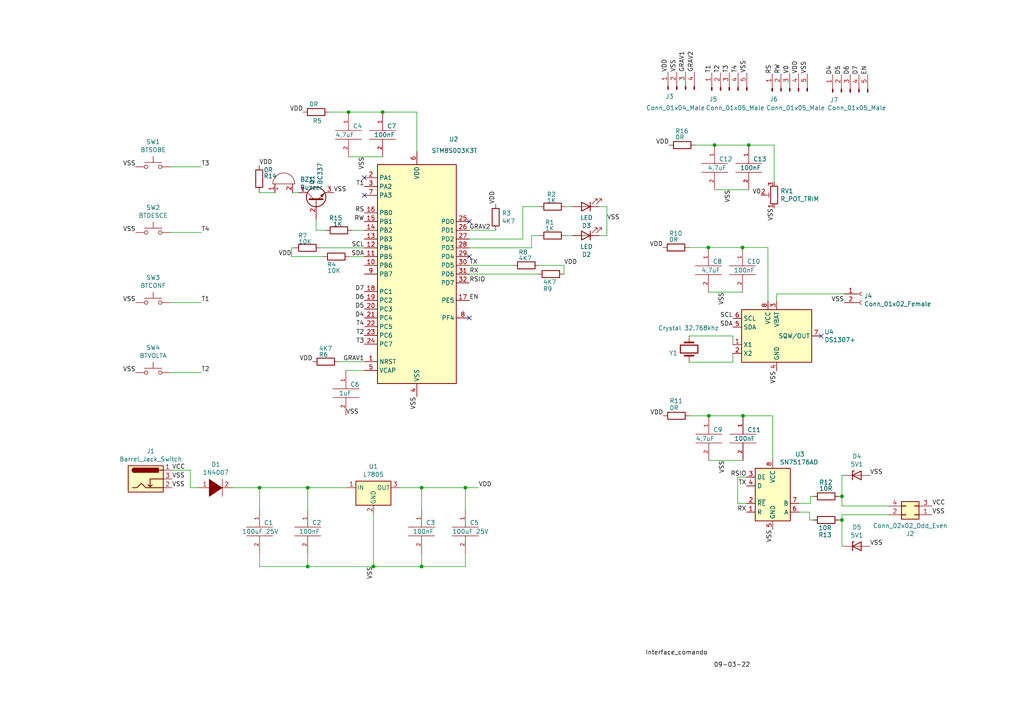
<source format=kicad_sch>
(kicad_sch (version 20230121) (generator eeschema)

  (uuid e4c6fdbb-fdc7-4ad4-a516-240d84cdc120)

  (paper "A4")

  (lib_symbols
    (symbol "Connector:Barrel_Jack_Switch" (pin_names hide) (in_bom yes) (on_board yes)
      (property "Reference" "J" (at 0 5.334 0)
        (effects (font (size 1.27 1.27)))
      )
      (property "Value" "Barrel_Jack_Switch" (at 0 -5.08 0)
        (effects (font (size 1.27 1.27)))
      )
      (property "Footprint" "" (at 1.27 -1.016 0)
        (effects (font (size 1.27 1.27)) hide)
      )
      (property "Datasheet" "~" (at 1.27 -1.016 0)
        (effects (font (size 1.27 1.27)) hide)
      )
      (property "ki_keywords" "DC power barrel jack connector" (at 0 0 0)
        (effects (font (size 1.27 1.27)) hide)
      )
      (property "ki_description" "DC Barrel Jack with an internal switch" (at 0 0 0)
        (effects (font (size 1.27 1.27)) hide)
      )
      (property "ki_fp_filters" "BarrelJack*" (at 0 0 0)
        (effects (font (size 1.27 1.27)) hide)
      )
      (symbol "Barrel_Jack_Switch_0_1"
        (rectangle (start -5.08 3.81) (end 5.08 -3.81)
          (stroke (width 0.254) (type default))
          (fill (type background))
        )
        (arc (start -3.302 3.175) (mid -3.9343 2.54) (end -3.302 1.905)
          (stroke (width 0.254) (type default))
          (fill (type none))
        )
        (arc (start -3.302 3.175) (mid -3.9343 2.54) (end -3.302 1.905)
          (stroke (width 0.254) (type default))
          (fill (type outline))
        )
        (polyline
          (pts
            (xy 1.27 -2.286)
            (xy 1.905 -1.651)
          )
          (stroke (width 0.254) (type default))
          (fill (type none))
        )
        (polyline
          (pts
            (xy 5.08 2.54)
            (xy 3.81 2.54)
          )
          (stroke (width 0.254) (type default))
          (fill (type none))
        )
        (polyline
          (pts
            (xy 5.08 0)
            (xy 1.27 0)
            (xy 1.27 -2.286)
            (xy 0.635 -1.651)
          )
          (stroke (width 0.254) (type default))
          (fill (type none))
        )
        (polyline
          (pts
            (xy -3.81 -2.54)
            (xy -2.54 -2.54)
            (xy -1.27 -1.27)
            (xy 0 -2.54)
            (xy 2.54 -2.54)
            (xy 5.08 -2.54)
          )
          (stroke (width 0.254) (type default))
          (fill (type none))
        )
        (rectangle (start 3.683 3.175) (end -3.302 1.905)
          (stroke (width 0.254) (type default))
          (fill (type outline))
        )
      )
      (symbol "Barrel_Jack_Switch_1_1"
        (pin passive line (at 7.62 2.54 180) (length 2.54)
          (name "~" (effects (font (size 1.27 1.27))))
          (number "1" (effects (font (size 1.27 1.27))))
        )
        (pin passive line (at 7.62 -2.54 180) (length 2.54)
          (name "~" (effects (font (size 1.27 1.27))))
          (number "2" (effects (font (size 1.27 1.27))))
        )
        (pin passive line (at 7.62 0 180) (length 2.54)
          (name "~" (effects (font (size 1.27 1.27))))
          (number "3" (effects (font (size 1.27 1.27))))
        )
      )
    )
    (symbol "Connector:Conn_01x02_Female" (pin_names (offset 1.016) hide) (in_bom yes) (on_board yes)
      (property "Reference" "J" (at 0 2.54 0)
        (effects (font (size 1.27 1.27)))
      )
      (property "Value" "Conn_01x02_Female" (at 0 -5.08 0)
        (effects (font (size 1.27 1.27)))
      )
      (property "Footprint" "" (at 0 0 0)
        (effects (font (size 1.27 1.27)) hide)
      )
      (property "Datasheet" "~" (at 0 0 0)
        (effects (font (size 1.27 1.27)) hide)
      )
      (property "ki_keywords" "connector" (at 0 0 0)
        (effects (font (size 1.27 1.27)) hide)
      )
      (property "ki_description" "Generic connector, single row, 01x02, script generated (kicad-library-utils/schlib/autogen/connector/)" (at 0 0 0)
        (effects (font (size 1.27 1.27)) hide)
      )
      (property "ki_fp_filters" "Connector*:*_1x??_*" (at 0 0 0)
        (effects (font (size 1.27 1.27)) hide)
      )
      (symbol "Conn_01x02_Female_1_1"
        (arc (start 0 -2.032) (mid -0.5058 -2.54) (end 0 -3.048)
          (stroke (width 0.1524) (type default))
          (fill (type none))
        )
        (polyline
          (pts
            (xy -1.27 -2.54)
            (xy -0.508 -2.54)
          )
          (stroke (width 0.1524) (type default))
          (fill (type none))
        )
        (polyline
          (pts
            (xy -1.27 0)
            (xy -0.508 0)
          )
          (stroke (width 0.1524) (type default))
          (fill (type none))
        )
        (arc (start 0 0.508) (mid -0.5058 0) (end 0 -0.508)
          (stroke (width 0.1524) (type default))
          (fill (type none))
        )
        (pin passive line (at -5.08 0 0) (length 3.81)
          (name "Pin_1" (effects (font (size 1.27 1.27))))
          (number "1" (effects (font (size 1.27 1.27))))
        )
        (pin passive line (at -5.08 -2.54 0) (length 3.81)
          (name "Pin_2" (effects (font (size 1.27 1.27))))
          (number "2" (effects (font (size 1.27 1.27))))
        )
      )
    )
    (symbol "Connector:Conn_01x04_Male" (pin_names (offset 1.016) hide) (in_bom yes) (on_board yes)
      (property "Reference" "J" (at 0 5.08 0)
        (effects (font (size 1.27 1.27)))
      )
      (property "Value" "Conn_01x04_Male" (at 0 -7.62 0)
        (effects (font (size 1.27 1.27)))
      )
      (property "Footprint" "" (at 0 0 0)
        (effects (font (size 1.27 1.27)) hide)
      )
      (property "Datasheet" "~" (at 0 0 0)
        (effects (font (size 1.27 1.27)) hide)
      )
      (property "ki_keywords" "connector" (at 0 0 0)
        (effects (font (size 1.27 1.27)) hide)
      )
      (property "ki_description" "Generic connector, single row, 01x04, script generated (kicad-library-utils/schlib/autogen/connector/)" (at 0 0 0)
        (effects (font (size 1.27 1.27)) hide)
      )
      (property "ki_fp_filters" "Connector*:*_1x??_*" (at 0 0 0)
        (effects (font (size 1.27 1.27)) hide)
      )
      (symbol "Conn_01x04_Male_1_1"
        (polyline
          (pts
            (xy 1.27 -5.08)
            (xy 0.8636 -5.08)
          )
          (stroke (width 0.1524) (type default))
          (fill (type none))
        )
        (polyline
          (pts
            (xy 1.27 -2.54)
            (xy 0.8636 -2.54)
          )
          (stroke (width 0.1524) (type default))
          (fill (type none))
        )
        (polyline
          (pts
            (xy 1.27 0)
            (xy 0.8636 0)
          )
          (stroke (width 0.1524) (type default))
          (fill (type none))
        )
        (polyline
          (pts
            (xy 1.27 2.54)
            (xy 0.8636 2.54)
          )
          (stroke (width 0.1524) (type default))
          (fill (type none))
        )
        (rectangle (start 0.8636 -4.953) (end 0 -5.207)
          (stroke (width 0.1524) (type default))
          (fill (type outline))
        )
        (rectangle (start 0.8636 -2.413) (end 0 -2.667)
          (stroke (width 0.1524) (type default))
          (fill (type outline))
        )
        (rectangle (start 0.8636 0.127) (end 0 -0.127)
          (stroke (width 0.1524) (type default))
          (fill (type outline))
        )
        (rectangle (start 0.8636 2.667) (end 0 2.413)
          (stroke (width 0.1524) (type default))
          (fill (type outline))
        )
        (pin passive line (at 5.08 2.54 180) (length 3.81)
          (name "Pin_1" (effects (font (size 1.27 1.27))))
          (number "1" (effects (font (size 1.27 1.27))))
        )
        (pin passive line (at 5.08 0 180) (length 3.81)
          (name "Pin_2" (effects (font (size 1.27 1.27))))
          (number "2" (effects (font (size 1.27 1.27))))
        )
        (pin passive line (at 5.08 -2.54 180) (length 3.81)
          (name "Pin_3" (effects (font (size 1.27 1.27))))
          (number "3" (effects (font (size 1.27 1.27))))
        )
        (pin passive line (at 5.08 -5.08 180) (length 3.81)
          (name "Pin_4" (effects (font (size 1.27 1.27))))
          (number "4" (effects (font (size 1.27 1.27))))
        )
      )
    )
    (symbol "Connector:Conn_01x05_Male" (pin_names (offset 1.016) hide) (in_bom yes) (on_board yes)
      (property "Reference" "J" (at 0 7.62 0)
        (effects (font (size 1.27 1.27)))
      )
      (property "Value" "Conn_01x05_Male" (at 0 -7.62 0)
        (effects (font (size 1.27 1.27)))
      )
      (property "Footprint" "" (at 0 0 0)
        (effects (font (size 1.27 1.27)) hide)
      )
      (property "Datasheet" "~" (at 0 0 0)
        (effects (font (size 1.27 1.27)) hide)
      )
      (property "ki_keywords" "connector" (at 0 0 0)
        (effects (font (size 1.27 1.27)) hide)
      )
      (property "ki_description" "Generic connector, single row, 01x05, script generated (kicad-library-utils/schlib/autogen/connector/)" (at 0 0 0)
        (effects (font (size 1.27 1.27)) hide)
      )
      (property "ki_fp_filters" "Connector*:*_1x??_*" (at 0 0 0)
        (effects (font (size 1.27 1.27)) hide)
      )
      (symbol "Conn_01x05_Male_1_1"
        (polyline
          (pts
            (xy 1.27 -5.08)
            (xy 0.8636 -5.08)
          )
          (stroke (width 0.1524) (type default))
          (fill (type none))
        )
        (polyline
          (pts
            (xy 1.27 -2.54)
            (xy 0.8636 -2.54)
          )
          (stroke (width 0.1524) (type default))
          (fill (type none))
        )
        (polyline
          (pts
            (xy 1.27 0)
            (xy 0.8636 0)
          )
          (stroke (width 0.1524) (type default))
          (fill (type none))
        )
        (polyline
          (pts
            (xy 1.27 2.54)
            (xy 0.8636 2.54)
          )
          (stroke (width 0.1524) (type default))
          (fill (type none))
        )
        (polyline
          (pts
            (xy 1.27 5.08)
            (xy 0.8636 5.08)
          )
          (stroke (width 0.1524) (type default))
          (fill (type none))
        )
        (rectangle (start 0.8636 -4.953) (end 0 -5.207)
          (stroke (width 0.1524) (type default))
          (fill (type outline))
        )
        (rectangle (start 0.8636 -2.413) (end 0 -2.667)
          (stroke (width 0.1524) (type default))
          (fill (type outline))
        )
        (rectangle (start 0.8636 0.127) (end 0 -0.127)
          (stroke (width 0.1524) (type default))
          (fill (type outline))
        )
        (rectangle (start 0.8636 2.667) (end 0 2.413)
          (stroke (width 0.1524) (type default))
          (fill (type outline))
        )
        (rectangle (start 0.8636 5.207) (end 0 4.953)
          (stroke (width 0.1524) (type default))
          (fill (type outline))
        )
        (pin passive line (at 5.08 5.08 180) (length 3.81)
          (name "Pin_1" (effects (font (size 1.27 1.27))))
          (number "1" (effects (font (size 1.27 1.27))))
        )
        (pin passive line (at 5.08 2.54 180) (length 3.81)
          (name "Pin_2" (effects (font (size 1.27 1.27))))
          (number "2" (effects (font (size 1.27 1.27))))
        )
        (pin passive line (at 5.08 0 180) (length 3.81)
          (name "Pin_3" (effects (font (size 1.27 1.27))))
          (number "3" (effects (font (size 1.27 1.27))))
        )
        (pin passive line (at 5.08 -2.54 180) (length 3.81)
          (name "Pin_4" (effects (font (size 1.27 1.27))))
          (number "4" (effects (font (size 1.27 1.27))))
        )
        (pin passive line (at 5.08 -5.08 180) (length 3.81)
          (name "Pin_5" (effects (font (size 1.27 1.27))))
          (number "5" (effects (font (size 1.27 1.27))))
        )
      )
    )
    (symbol "Connector_Generic:Conn_02x02_Odd_Even" (pin_names (offset 1.016) hide) (in_bom yes) (on_board yes)
      (property "Reference" "J" (at 1.27 2.54 0)
        (effects (font (size 1.27 1.27)))
      )
      (property "Value" "Conn_02x02_Odd_Even" (at 1.27 -5.08 0)
        (effects (font (size 1.27 1.27)))
      )
      (property "Footprint" "" (at 0 0 0)
        (effects (font (size 1.27 1.27)) hide)
      )
      (property "Datasheet" "~" (at 0 0 0)
        (effects (font (size 1.27 1.27)) hide)
      )
      (property "ki_keywords" "connector" (at 0 0 0)
        (effects (font (size 1.27 1.27)) hide)
      )
      (property "ki_description" "Generic connector, double row, 02x02, odd/even pin numbering scheme (row 1 odd numbers, row 2 even numbers), script generated (kicad-library-utils/schlib/autogen/connector/)" (at 0 0 0)
        (effects (font (size 1.27 1.27)) hide)
      )
      (property "ki_fp_filters" "Connector*:*_2x??_*" (at 0 0 0)
        (effects (font (size 1.27 1.27)) hide)
      )
      (symbol "Conn_02x02_Odd_Even_1_1"
        (rectangle (start -1.27 -2.413) (end 0 -2.667)
          (stroke (width 0.1524) (type default))
          (fill (type none))
        )
        (rectangle (start -1.27 0.127) (end 0 -0.127)
          (stroke (width 0.1524) (type default))
          (fill (type none))
        )
        (rectangle (start -1.27 1.27) (end 3.81 -3.81)
          (stroke (width 0.254) (type default))
          (fill (type background))
        )
        (rectangle (start 3.81 -2.413) (end 2.54 -2.667)
          (stroke (width 0.1524) (type default))
          (fill (type none))
        )
        (rectangle (start 3.81 0.127) (end 2.54 -0.127)
          (stroke (width 0.1524) (type default))
          (fill (type none))
        )
        (pin passive line (at -5.08 0 0) (length 3.81)
          (name "Pin_1" (effects (font (size 1.27 1.27))))
          (number "1" (effects (font (size 1.27 1.27))))
        )
        (pin passive line (at 7.62 0 180) (length 3.81)
          (name "Pin_2" (effects (font (size 1.27 1.27))))
          (number "2" (effects (font (size 1.27 1.27))))
        )
        (pin passive line (at -5.08 -2.54 0) (length 3.81)
          (name "Pin_3" (effects (font (size 1.27 1.27))))
          (number "3" (effects (font (size 1.27 1.27))))
        )
        (pin passive line (at 7.62 -2.54 180) (length 3.81)
          (name "Pin_4" (effects (font (size 1.27 1.27))))
          (number "4" (effects (font (size 1.27 1.27))))
        )
      )
    )
    (symbol "Device:Buzzer" (pin_names (offset 0.0254) hide) (in_bom yes) (on_board yes)
      (property "Reference" "BZ" (at 3.81 1.27 0)
        (effects (font (size 1.27 1.27)) (justify left))
      )
      (property "Value" "Buzzer" (at 3.81 -1.27 0)
        (effects (font (size 1.27 1.27)) (justify left))
      )
      (property "Footprint" "" (at -0.635 2.54 90)
        (effects (font (size 1.27 1.27)) hide)
      )
      (property "Datasheet" "~" (at -0.635 2.54 90)
        (effects (font (size 1.27 1.27)) hide)
      )
      (property "ki_keywords" "quartz resonator ceramic" (at 0 0 0)
        (effects (font (size 1.27 1.27)) hide)
      )
      (property "ki_description" "Buzzer, polarized" (at 0 0 0)
        (effects (font (size 1.27 1.27)) hide)
      )
      (property "ki_fp_filters" "*Buzzer*" (at 0 0 0)
        (effects (font (size 1.27 1.27)) hide)
      )
      (symbol "Buzzer_0_1"
        (arc (start 0 -3.175) (mid 3.1612 0) (end 0 3.175)
          (stroke (width 0) (type default))
          (fill (type none))
        )
        (polyline
          (pts
            (xy -1.651 1.905)
            (xy -1.143 1.905)
          )
          (stroke (width 0) (type default))
          (fill (type none))
        )
        (polyline
          (pts
            (xy -1.397 2.159)
            (xy -1.397 1.651)
          )
          (stroke (width 0) (type default))
          (fill (type none))
        )
        (polyline
          (pts
            (xy 0 3.175)
            (xy 0 -3.175)
          )
          (stroke (width 0) (type default))
          (fill (type none))
        )
      )
      (symbol "Buzzer_1_1"
        (pin passive line (at -2.54 2.54 0) (length 2.54)
          (name "-" (effects (font (size 1.27 1.27))))
          (number "1" (effects (font (size 1.27 1.27))))
        )
        (pin passive line (at -2.54 -2.54 0) (length 2.54)
          (name "+" (effects (font (size 1.27 1.27))))
          (number "2" (effects (font (size 1.27 1.27))))
        )
      )
    )
    (symbol "Device:Crystal" (pin_numbers hide) (pin_names (offset 1.016) hide) (in_bom yes) (on_board yes)
      (property "Reference" "Y" (at 0 3.81 0)
        (effects (font (size 1.27 1.27)))
      )
      (property "Value" "Crystal" (at 0 -3.81 0)
        (effects (font (size 1.27 1.27)))
      )
      (property "Footprint" "" (at 0 0 0)
        (effects (font (size 1.27 1.27)) hide)
      )
      (property "Datasheet" "~" (at 0 0 0)
        (effects (font (size 1.27 1.27)) hide)
      )
      (property "ki_keywords" "quartz ceramic resonator oscillator" (at 0 0 0)
        (effects (font (size 1.27 1.27)) hide)
      )
      (property "ki_description" "Two pin crystal" (at 0 0 0)
        (effects (font (size 1.27 1.27)) hide)
      )
      (property "ki_fp_filters" "Crystal*" (at 0 0 0)
        (effects (font (size 1.27 1.27)) hide)
      )
      (symbol "Crystal_0_1"
        (rectangle (start -1.143 2.54) (end 1.143 -2.54)
          (stroke (width 0.3048) (type default))
          (fill (type none))
        )
        (polyline
          (pts
            (xy -2.54 0)
            (xy -1.905 0)
          )
          (stroke (width 0) (type default))
          (fill (type none))
        )
        (polyline
          (pts
            (xy -1.905 -1.27)
            (xy -1.905 1.27)
          )
          (stroke (width 0.508) (type default))
          (fill (type none))
        )
        (polyline
          (pts
            (xy 1.905 -1.27)
            (xy 1.905 1.27)
          )
          (stroke (width 0.508) (type default))
          (fill (type none))
        )
        (polyline
          (pts
            (xy 2.54 0)
            (xy 1.905 0)
          )
          (stroke (width 0) (type default))
          (fill (type none))
        )
      )
      (symbol "Crystal_1_1"
        (pin passive line (at -3.81 0 0) (length 1.27)
          (name "1" (effects (font (size 1.27 1.27))))
          (number "1" (effects (font (size 1.27 1.27))))
        )
        (pin passive line (at 3.81 0 180) (length 1.27)
          (name "2" (effects (font (size 1.27 1.27))))
          (number "2" (effects (font (size 1.27 1.27))))
        )
      )
    )
    (symbol "Device:D_Zener" (pin_numbers hide) (pin_names (offset 1.016) hide) (in_bom yes) (on_board yes)
      (property "Reference" "D" (at 0 2.54 0)
        (effects (font (size 1.27 1.27)))
      )
      (property "Value" "D_Zener" (at 0 -2.54 0)
        (effects (font (size 1.27 1.27)))
      )
      (property "Footprint" "" (at 0 0 0)
        (effects (font (size 1.27 1.27)) hide)
      )
      (property "Datasheet" "~" (at 0 0 0)
        (effects (font (size 1.27 1.27)) hide)
      )
      (property "ki_keywords" "diode" (at 0 0 0)
        (effects (font (size 1.27 1.27)) hide)
      )
      (property "ki_description" "Zener diode" (at 0 0 0)
        (effects (font (size 1.27 1.27)) hide)
      )
      (property "ki_fp_filters" "TO-???* *_Diode_* *SingleDiode* D_*" (at 0 0 0)
        (effects (font (size 1.27 1.27)) hide)
      )
      (symbol "D_Zener_0_1"
        (polyline
          (pts
            (xy 1.27 0)
            (xy -1.27 0)
          )
          (stroke (width 0) (type default))
          (fill (type none))
        )
        (polyline
          (pts
            (xy -1.27 -1.27)
            (xy -1.27 1.27)
            (xy -0.762 1.27)
          )
          (stroke (width 0.254) (type default))
          (fill (type none))
        )
        (polyline
          (pts
            (xy 1.27 -1.27)
            (xy 1.27 1.27)
            (xy -1.27 0)
            (xy 1.27 -1.27)
          )
          (stroke (width 0.254) (type default))
          (fill (type none))
        )
      )
      (symbol "D_Zener_1_1"
        (pin passive line (at -3.81 0 0) (length 2.54)
          (name "K" (effects (font (size 1.27 1.27))))
          (number "1" (effects (font (size 1.27 1.27))))
        )
        (pin passive line (at 3.81 0 180) (length 2.54)
          (name "A" (effects (font (size 1.27 1.27))))
          (number "2" (effects (font (size 1.27 1.27))))
        )
      )
    )
    (symbol "Device:LED" (pin_numbers hide) (pin_names (offset 1.016) hide) (in_bom yes) (on_board yes)
      (property "Reference" "D" (at 0 2.54 0)
        (effects (font (size 1.27 1.27)))
      )
      (property "Value" "LED" (at 0 -2.54 0)
        (effects (font (size 1.27 1.27)))
      )
      (property "Footprint" "" (at 0 0 0)
        (effects (font (size 1.27 1.27)) hide)
      )
      (property "Datasheet" "~" (at 0 0 0)
        (effects (font (size 1.27 1.27)) hide)
      )
      (property "ki_keywords" "LED diode" (at 0 0 0)
        (effects (font (size 1.27 1.27)) hide)
      )
      (property "ki_description" "Light emitting diode" (at 0 0 0)
        (effects (font (size 1.27 1.27)) hide)
      )
      (property "ki_fp_filters" "LED* LED_SMD:* LED_THT:*" (at 0 0 0)
        (effects (font (size 1.27 1.27)) hide)
      )
      (symbol "LED_0_1"
        (polyline
          (pts
            (xy -1.27 -1.27)
            (xy -1.27 1.27)
          )
          (stroke (width 0.254) (type default))
          (fill (type none))
        )
        (polyline
          (pts
            (xy -1.27 0)
            (xy 1.27 0)
          )
          (stroke (width 0) (type default))
          (fill (type none))
        )
        (polyline
          (pts
            (xy 1.27 -1.27)
            (xy 1.27 1.27)
            (xy -1.27 0)
            (xy 1.27 -1.27)
          )
          (stroke (width 0.254) (type default))
          (fill (type none))
        )
        (polyline
          (pts
            (xy -3.048 -0.762)
            (xy -4.572 -2.286)
            (xy -3.81 -2.286)
            (xy -4.572 -2.286)
            (xy -4.572 -1.524)
          )
          (stroke (width 0) (type default))
          (fill (type none))
        )
        (polyline
          (pts
            (xy -1.778 -0.762)
            (xy -3.302 -2.286)
            (xy -2.54 -2.286)
            (xy -3.302 -2.286)
            (xy -3.302 -1.524)
          )
          (stroke (width 0) (type default))
          (fill (type none))
        )
      )
      (symbol "LED_1_1"
        (pin passive line (at -3.81 0 0) (length 2.54)
          (name "K" (effects (font (size 1.27 1.27))))
          (number "1" (effects (font (size 1.27 1.27))))
        )
        (pin passive line (at 3.81 0 180) (length 2.54)
          (name "A" (effects (font (size 1.27 1.27))))
          (number "2" (effects (font (size 1.27 1.27))))
        )
      )
    )
    (symbol "Device:R" (pin_numbers hide) (pin_names (offset 0)) (in_bom yes) (on_board yes)
      (property "Reference" "R" (at 2.032 0 90)
        (effects (font (size 1.27 1.27)))
      )
      (property "Value" "R" (at 0 0 90)
        (effects (font (size 1.27 1.27)))
      )
      (property "Footprint" "" (at -1.778 0 90)
        (effects (font (size 1.27 1.27)) hide)
      )
      (property "Datasheet" "~" (at 0 0 0)
        (effects (font (size 1.27 1.27)) hide)
      )
      (property "ki_keywords" "R res resistor" (at 0 0 0)
        (effects (font (size 1.27 1.27)) hide)
      )
      (property "ki_description" "Resistor" (at 0 0 0)
        (effects (font (size 1.27 1.27)) hide)
      )
      (property "ki_fp_filters" "R_*" (at 0 0 0)
        (effects (font (size 1.27 1.27)) hide)
      )
      (symbol "R_0_1"
        (rectangle (start -1.016 -2.54) (end 1.016 2.54)
          (stroke (width 0.254) (type default))
          (fill (type none))
        )
      )
      (symbol "R_1_1"
        (pin passive line (at 0 3.81 270) (length 1.27)
          (name "~" (effects (font (size 1.27 1.27))))
          (number "1" (effects (font (size 1.27 1.27))))
        )
        (pin passive line (at 0 -3.81 90) (length 1.27)
          (name "~" (effects (font (size 1.27 1.27))))
          (number "2" (effects (font (size 1.27 1.27))))
        )
      )
    )
    (symbol "Interface_UART:SN75176AD" (in_bom yes) (on_board yes)
      (property "Reference" "U" (at -4.318 8.89 0)
        (effects (font (size 1.27 1.27)))
      )
      (property "Value" "SN75176AD" (at 1.016 8.89 0)
        (effects (font (size 1.27 1.27)) (justify left))
      )
      (property "Footprint" "Package_SO:SOIC-8_3.9x4.9mm_P1.27mm" (at 0 -12.7 0)
        (effects (font (size 1.27 1.27)) hide)
      )
      (property "Datasheet" "http://www.ti.com/lit/ds/symlink/sn75176a.pdf" (at 40.64 -5.08 0)
        (effects (font (size 1.27 1.27)) hide)
      )
      (property "ki_keywords" "Differential bus transceiver" (at 0 0 0)
        (effects (font (size 1.27 1.27)) hide)
      )
      (property "ki_description" "Differential RS-422/RS-485 bus transceiver, SOIC-8" (at 0 0 0)
        (effects (font (size 1.27 1.27)) hide)
      )
      (property "ki_fp_filters" "SOIC*3.9x4.9mm*P1.27mm*" (at 0 0 0)
        (effects (font (size 1.27 1.27)) hide)
      )
      (symbol "SN75176AD_0_1"
        (rectangle (start -5.08 7.62) (end 5.08 -7.62)
          (stroke (width 0.254) (type default))
          (fill (type background))
        )
      )
      (symbol "SN75176AD_1_1"
        (pin output line (at -7.62 -5.08 0) (length 2.54)
          (name "R" (effects (font (size 1.27 1.27))))
          (number "1" (effects (font (size 1.27 1.27))))
        )
        (pin input line (at -7.62 -2.54 0) (length 2.54)
          (name "~{RE}" (effects (font (size 1.27 1.27))))
          (number "2" (effects (font (size 1.27 1.27))))
        )
        (pin input line (at -7.62 5.08 0) (length 2.54)
          (name "DE" (effects (font (size 1.27 1.27))))
          (number "3" (effects (font (size 1.27 1.27))))
        )
        (pin input line (at -7.62 2.54 0) (length 2.54)
          (name "D" (effects (font (size 1.27 1.27))))
          (number "4" (effects (font (size 1.27 1.27))))
        )
        (pin power_in line (at 0 -10.16 90) (length 2.54)
          (name "GND" (effects (font (size 1.27 1.27))))
          (number "5" (effects (font (size 1.27 1.27))))
        )
        (pin bidirectional line (at 7.62 -5.08 180) (length 2.54)
          (name "A" (effects (font (size 1.27 1.27))))
          (number "6" (effects (font (size 1.27 1.27))))
        )
        (pin bidirectional line (at 7.62 -2.54 180) (length 2.54)
          (name "B" (effects (font (size 1.27 1.27))))
          (number "7" (effects (font (size 1.27 1.27))))
        )
        (pin power_in line (at 0 10.16 270) (length 2.54)
          (name "VCC" (effects (font (size 1.27 1.27))))
          (number "8" (effects (font (size 1.27 1.27))))
        )
      )
    )
    (symbol "MCU_ST_STM8:STM8S003K3T" (in_bom yes) (on_board yes)
      (property "Reference" "U" (at 1.27 35.56 0)
        (effects (font (size 1.27 1.27)) (justify left))
      )
      (property "Value" "STM8S003K3T" (at 1.27 33.02 0)
        (effects (font (size 1.27 1.27)) (justify left))
      )
      (property "Footprint" "Package_QFP:LQFP-32_7x7mm_P0.8mm" (at 1.27 38.1 0)
        (effects (font (size 1.27 1.27)) (justify left) hide)
      )
      (property "Datasheet" "http://www.st.com/st-web-ui/static/active/en/resource/technical/document/datasheet/DM00024550.pdf" (at 0 0 0)
        (effects (font (size 1.27 1.27)) hide)
      )
      (property "ki_keywords" "STM8 Microcontroller Value Line" (at 0 0 0)
        (effects (font (size 1.27 1.27)) hide)
      )
      (property "ki_description" "16MHz, 8K Flash, 1K RAM, 128 EEPROM, LQFP-32" (at 0 0 0)
        (effects (font (size 1.27 1.27)) hide)
      )
      (property "ki_fp_filters" "LQFP*7x7mm*P0.8mm*" (at 0 0 0)
        (effects (font (size 1.27 1.27)) hide)
      )
      (symbol "STM8S003K3T_0_1"
        (rectangle (start -11.43 31.75) (end 11.43 -31.75)
          (stroke (width 0.254) (type default))
          (fill (type background))
        )
      )
      (symbol "STM8S003K3T_1_1"
        (pin input line (at -15.24 -25.4 0) (length 3.81)
          (name "NRST" (effects (font (size 1.27 1.27))))
          (number "1" (effects (font (size 1.27 1.27))))
        )
        (pin bidirectional line (at -15.24 2.54 0) (length 3.81)
          (name "PB6" (effects (font (size 1.27 1.27))))
          (number "10" (effects (font (size 1.27 1.27))))
        )
        (pin bidirectional line (at -15.24 5.08 0) (length 3.81)
          (name "PB5" (effects (font (size 1.27 1.27))))
          (number "11" (effects (font (size 1.27 1.27))))
        )
        (pin bidirectional line (at -15.24 7.62 0) (length 3.81)
          (name "PB4" (effects (font (size 1.27 1.27))))
          (number "12" (effects (font (size 1.27 1.27))))
        )
        (pin bidirectional line (at -15.24 10.16 0) (length 3.81)
          (name "PB3" (effects (font (size 1.27 1.27))))
          (number "13" (effects (font (size 1.27 1.27))))
        )
        (pin bidirectional line (at -15.24 12.7 0) (length 3.81)
          (name "PB2" (effects (font (size 1.27 1.27))))
          (number "14" (effects (font (size 1.27 1.27))))
        )
        (pin bidirectional line (at -15.24 15.24 0) (length 3.81)
          (name "PB1" (effects (font (size 1.27 1.27))))
          (number "15" (effects (font (size 1.27 1.27))))
        )
        (pin bidirectional line (at -15.24 17.78 0) (length 3.81)
          (name "PB0" (effects (font (size 1.27 1.27))))
          (number "16" (effects (font (size 1.27 1.27))))
        )
        (pin bidirectional line (at 15.24 -7.62 180) (length 3.81)
          (name "PE5" (effects (font (size 1.27 1.27))))
          (number "17" (effects (font (size 1.27 1.27))))
        )
        (pin bidirectional line (at -15.24 -5.08 0) (length 3.81)
          (name "PC1" (effects (font (size 1.27 1.27))))
          (number "18" (effects (font (size 1.27 1.27))))
        )
        (pin bidirectional line (at -15.24 -7.62 0) (length 3.81)
          (name "PC2" (effects (font (size 1.27 1.27))))
          (number "19" (effects (font (size 1.27 1.27))))
        )
        (pin bidirectional line (at -15.24 27.94 0) (length 3.81)
          (name "PA1" (effects (font (size 1.27 1.27))))
          (number "2" (effects (font (size 1.27 1.27))))
        )
        (pin bidirectional line (at -15.24 -10.16 0) (length 3.81)
          (name "PC3" (effects (font (size 1.27 1.27))))
          (number "20" (effects (font (size 1.27 1.27))))
        )
        (pin bidirectional line (at -15.24 -12.7 0) (length 3.81)
          (name "PC4" (effects (font (size 1.27 1.27))))
          (number "21" (effects (font (size 1.27 1.27))))
        )
        (pin bidirectional line (at -15.24 -15.24 0) (length 3.81)
          (name "PC5" (effects (font (size 1.27 1.27))))
          (number "22" (effects (font (size 1.27 1.27))))
        )
        (pin bidirectional line (at -15.24 -17.78 0) (length 3.81)
          (name "PC6" (effects (font (size 1.27 1.27))))
          (number "23" (effects (font (size 1.27 1.27))))
        )
        (pin bidirectional line (at -15.24 -20.32 0) (length 3.81)
          (name "PC7" (effects (font (size 1.27 1.27))))
          (number "24" (effects (font (size 1.27 1.27))))
        )
        (pin bidirectional line (at 15.24 15.24 180) (length 3.81)
          (name "PD0" (effects (font (size 1.27 1.27))))
          (number "25" (effects (font (size 1.27 1.27))))
        )
        (pin bidirectional line (at 15.24 12.7 180) (length 3.81)
          (name "PD1" (effects (font (size 1.27 1.27))))
          (number "26" (effects (font (size 1.27 1.27))))
        )
        (pin bidirectional line (at 15.24 10.16 180) (length 3.81)
          (name "PD2" (effects (font (size 1.27 1.27))))
          (number "27" (effects (font (size 1.27 1.27))))
        )
        (pin bidirectional line (at 15.24 7.62 180) (length 3.81)
          (name "PD3" (effects (font (size 1.27 1.27))))
          (number "28" (effects (font (size 1.27 1.27))))
        )
        (pin bidirectional line (at 15.24 5.08 180) (length 3.81)
          (name "PD4" (effects (font (size 1.27 1.27))))
          (number "29" (effects (font (size 1.27 1.27))))
        )
        (pin bidirectional line (at -15.24 25.4 0) (length 3.81)
          (name "PA2" (effects (font (size 1.27 1.27))))
          (number "3" (effects (font (size 1.27 1.27))))
        )
        (pin bidirectional line (at 15.24 2.54 180) (length 3.81)
          (name "PD5" (effects (font (size 1.27 1.27))))
          (number "30" (effects (font (size 1.27 1.27))))
        )
        (pin bidirectional line (at 15.24 0 180) (length 3.81)
          (name "PD6" (effects (font (size 1.27 1.27))))
          (number "31" (effects (font (size 1.27 1.27))))
        )
        (pin bidirectional line (at 15.24 -2.54 180) (length 3.81)
          (name "PD7" (effects (font (size 1.27 1.27))))
          (number "32" (effects (font (size 1.27 1.27))))
        )
        (pin power_in line (at 0 -35.56 90) (length 3.81)
          (name "VSS" (effects (font (size 1.27 1.27))))
          (number "4" (effects (font (size 1.27 1.27))))
        )
        (pin input line (at -15.24 -27.94 0) (length 3.81)
          (name "VCAP" (effects (font (size 1.27 1.27))))
          (number "5" (effects (font (size 1.27 1.27))))
        )
        (pin power_in line (at 0 35.56 270) (length 3.81)
          (name "VDD" (effects (font (size 1.27 1.27))))
          (number "6" (effects (font (size 1.27 1.27))))
        )
        (pin bidirectional line (at -15.24 22.86 0) (length 3.81)
          (name "PA3" (effects (font (size 1.27 1.27))))
          (number "7" (effects (font (size 1.27 1.27))))
        )
        (pin bidirectional line (at 15.24 -12.7 180) (length 3.81)
          (name "PF4" (effects (font (size 1.27 1.27))))
          (number "8" (effects (font (size 1.27 1.27))))
        )
        (pin bidirectional line (at -15.24 0 0) (length 3.81)
          (name "PB7" (effects (font (size 1.27 1.27))))
          (number "9" (effects (font (size 1.27 1.27))))
        )
      )
    )
    (symbol "PCBDisp-rescue:R_POT_TRIM-Device" (pin_names (offset 1.016) hide) (in_bom yes) (on_board yes)
      (property "Reference" "RV" (at -4.445 0 90)
        (effects (font (size 1.27 1.27)))
      )
      (property "Value" "R_POT_TRIM-Device" (at -2.54 0 90)
        (effects (font (size 1.27 1.27)))
      )
      (property "Footprint" "" (at 0 0 0)
        (effects (font (size 1.27 1.27)) hide)
      )
      (property "Datasheet" "" (at 0 0 0)
        (effects (font (size 1.27 1.27)) hide)
      )
      (property "ki_fp_filters" "Potentiometer*" (at 0 0 0)
        (effects (font (size 1.27 1.27)) hide)
      )
      (symbol "R_POT_TRIM-Device_0_1"
        (polyline
          (pts
            (xy 1.524 0.762)
            (xy 1.524 -0.762)
          )
          (stroke (width 0) (type default))
          (fill (type none))
        )
        (polyline
          (pts
            (xy 2.54 0)
            (xy 1.524 0)
          )
          (stroke (width 0) (type default))
          (fill (type none))
        )
        (rectangle (start 1.016 2.54) (end -1.016 -2.54)
          (stroke (width 0.254) (type default))
          (fill (type none))
        )
      )
      (symbol "R_POT_TRIM-Device_1_1"
        (pin passive line (at 0 3.81 270) (length 1.27)
          (name "1" (effects (font (size 1.27 1.27))))
          (number "1" (effects (font (size 1.27 1.27))))
        )
        (pin passive line (at 3.81 0 180) (length 1.27)
          (name "2" (effects (font (size 1.27 1.27))))
          (number "2" (effects (font (size 1.27 1.27))))
        )
        (pin passive line (at 0 -3.81 90) (length 1.27)
          (name "3" (effects (font (size 1.27 1.27))))
          (number "3" (effects (font (size 1.27 1.27))))
        )
      )
    )
    (symbol "Regulator_Linear:L7805" (pin_names (offset 0.254)) (in_bom yes) (on_board yes)
      (property "Reference" "U" (at -3.81 3.175 0)
        (effects (font (size 1.27 1.27)))
      )
      (property "Value" "L7805" (at 0 3.175 0)
        (effects (font (size 1.27 1.27)) (justify left))
      )
      (property "Footprint" "" (at 0.635 -3.81 0)
        (effects (font (size 1.27 1.27) italic) (justify left) hide)
      )
      (property "Datasheet" "http://www.st.com/content/ccc/resource/technical/document/datasheet/41/4f/b3/b0/12/d4/47/88/CD00000444.pdf/files/CD00000444.pdf/jcr:content/translations/en.CD00000444.pdf" (at 0 -1.27 0)
        (effects (font (size 1.27 1.27)) hide)
      )
      (property "ki_keywords" "Voltage Regulator 1.5A Positive" (at 0 0 0)
        (effects (font (size 1.27 1.27)) hide)
      )
      (property "ki_description" "Positive 1.5A 35V Linear Regulator, Fixed Output 5V, TO-220/TO-263/TO-252" (at 0 0 0)
        (effects (font (size 1.27 1.27)) hide)
      )
      (property "ki_fp_filters" "TO?252* TO?263* TO?220*" (at 0 0 0)
        (effects (font (size 1.27 1.27)) hide)
      )
      (symbol "L7805_0_1"
        (rectangle (start -5.08 1.905) (end 5.08 -5.08)
          (stroke (width 0.254) (type default))
          (fill (type background))
        )
      )
      (symbol "L7805_1_1"
        (pin power_in line (at -7.62 0 0) (length 2.54)
          (name "IN" (effects (font (size 1.27 1.27))))
          (number "1" (effects (font (size 1.27 1.27))))
        )
        (pin power_in line (at 0 -7.62 90) (length 2.54)
          (name "GND" (effects (font (size 1.27 1.27))))
          (number "2" (effects (font (size 1.27 1.27))))
        )
        (pin power_out line (at 7.62 0 180) (length 2.54)
          (name "OUT" (effects (font (size 1.27 1.27))))
          (number "3" (effects (font (size 1.27 1.27))))
        )
      )
    )
    (symbol "Switch:SW_Push" (pin_numbers hide) (pin_names (offset 1.016) hide) (in_bom yes) (on_board yes)
      (property "Reference" "SW" (at 1.27 2.54 0)
        (effects (font (size 1.27 1.27)) (justify left))
      )
      (property "Value" "SW_Push" (at 0 -1.524 0)
        (effects (font (size 1.27 1.27)))
      )
      (property "Footprint" "" (at 0 5.08 0)
        (effects (font (size 1.27 1.27)) hide)
      )
      (property "Datasheet" "~" (at 0 5.08 0)
        (effects (font (size 1.27 1.27)) hide)
      )
      (property "ki_keywords" "switch normally-open pushbutton push-button" (at 0 0 0)
        (effects (font (size 1.27 1.27)) hide)
      )
      (property "ki_description" "Push button switch, generic, two pins" (at 0 0 0)
        (effects (font (size 1.27 1.27)) hide)
      )
      (symbol "SW_Push_0_1"
        (circle (center -2.032 0) (radius 0.508)
          (stroke (width 0) (type default))
          (fill (type none))
        )
        (polyline
          (pts
            (xy 0 1.27)
            (xy 0 3.048)
          )
          (stroke (width 0) (type default))
          (fill (type none))
        )
        (polyline
          (pts
            (xy 2.54 1.27)
            (xy -2.54 1.27)
          )
          (stroke (width 0) (type default))
          (fill (type none))
        )
        (circle (center 2.032 0) (radius 0.508)
          (stroke (width 0) (type default))
          (fill (type none))
        )
        (pin passive line (at -5.08 0 0) (length 2.54)
          (name "1" (effects (font (size 1.27 1.27))))
          (number "1" (effects (font (size 1.27 1.27))))
        )
        (pin passive line (at 5.08 0 180) (length 2.54)
          (name "2" (effects (font (size 1.27 1.27))))
          (number "2" (effects (font (size 1.27 1.27))))
        )
      )
    )
    (symbol "Timer_RTC:DS1307+" (in_bom yes) (on_board yes)
      (property "Reference" "U" (at -8.89 8.89 0)
        (effects (font (size 1.27 1.27)))
      )
      (property "Value" "DS1307+" (at 1.27 8.89 0)
        (effects (font (size 1.27 1.27)) (justify left))
      )
      (property "Footprint" "Package_DIP:DIP-8_W7.62mm" (at 0 -12.7 0)
        (effects (font (size 1.27 1.27)) hide)
      )
      (property "Datasheet" "https://datasheets.maximintegrated.com/en/ds/DS1307.pdf" (at 0 -5.08 0)
        (effects (font (size 1.27 1.27)) hide)
      )
      (property "ki_keywords" "RTC, Trickle-Charge Timekeeping Chip" (at 0 0 0)
        (effects (font (size 1.27 1.27)) hide)
      )
      (property "ki_description" "64 x 8, Serial, I2C Real-time clock, 4.5V to 5.5V VCC, 0°C to +70°C, DIP-8" (at 0 0 0)
        (effects (font (size 1.27 1.27)) hide)
      )
      (property "ki_fp_filters" "DIP*W7.62mm*" (at 0 0 0)
        (effects (font (size 1.27 1.27)) hide)
      )
      (symbol "DS1307+_0_1"
        (rectangle (start -10.16 7.62) (end 10.16 -7.62)
          (stroke (width 0.254) (type default))
          (fill (type background))
        )
      )
      (symbol "DS1307+_1_1"
        (pin input line (at -12.7 -2.54 0) (length 2.54)
          (name "X1" (effects (font (size 1.27 1.27))))
          (number "1" (effects (font (size 1.27 1.27))))
        )
        (pin input line (at -12.7 -5.08 0) (length 2.54)
          (name "X2" (effects (font (size 1.27 1.27))))
          (number "2" (effects (font (size 1.27 1.27))))
        )
        (pin power_in line (at 0 10.16 270) (length 2.54)
          (name "VBAT" (effects (font (size 1.27 1.27))))
          (number "3" (effects (font (size 1.27 1.27))))
        )
        (pin power_in line (at 0 -10.16 90) (length 2.54)
          (name "GND" (effects (font (size 1.27 1.27))))
          (number "4" (effects (font (size 1.27 1.27))))
        )
        (pin bidirectional line (at -12.7 2.54 0) (length 2.54)
          (name "SDA" (effects (font (size 1.27 1.27))))
          (number "5" (effects (font (size 1.27 1.27))))
        )
        (pin input line (at -12.7 5.08 0) (length 2.54)
          (name "SCL" (effects (font (size 1.27 1.27))))
          (number "6" (effects (font (size 1.27 1.27))))
        )
        (pin open_collector line (at 12.7 0 180) (length 2.54)
          (name "SQW/OUT" (effects (font (size 1.27 1.27))))
          (number "7" (effects (font (size 1.27 1.27))))
        )
        (pin power_in line (at -2.54 10.16 270) (length 2.54)
          (name "VCC" (effects (font (size 1.27 1.27))))
          (number "8" (effects (font (size 1.27 1.27))))
        )
      )
    )
    (symbol "Transistor_BJT:BC337" (pin_names (offset 0) hide) (in_bom yes) (on_board yes)
      (property "Reference" "Q" (at 5.08 1.905 0)
        (effects (font (size 1.27 1.27)) (justify left))
      )
      (property "Value" "BC337" (at 5.08 0 0)
        (effects (font (size 1.27 1.27)) (justify left))
      )
      (property "Footprint" "Package_TO_SOT_THT:TO-92_Inline" (at 5.08 -1.905 0)
        (effects (font (size 1.27 1.27) italic) (justify left) hide)
      )
      (property "Datasheet" "https://diotec.com/tl_files/diotec/files/pdf/datasheets/bc337.pdf" (at 0 0 0)
        (effects (font (size 1.27 1.27)) (justify left) hide)
      )
      (property "ki_keywords" "NPN Transistor" (at 0 0 0)
        (effects (font (size 1.27 1.27)) hide)
      )
      (property "ki_description" "0.8A Ic, 45V Vce, NPN Transistor, TO-92" (at 0 0 0)
        (effects (font (size 1.27 1.27)) hide)
      )
      (property "ki_fp_filters" "TO?92*" (at 0 0 0)
        (effects (font (size 1.27 1.27)) hide)
      )
      (symbol "BC337_0_1"
        (polyline
          (pts
            (xy 0 0)
            (xy 0.635 0)
          )
          (stroke (width 0) (type default))
          (fill (type none))
        )
        (polyline
          (pts
            (xy 0.635 0.635)
            (xy 2.54 2.54)
          )
          (stroke (width 0) (type default))
          (fill (type none))
        )
        (polyline
          (pts
            (xy 0.635 -0.635)
            (xy 2.54 -2.54)
            (xy 2.54 -2.54)
          )
          (stroke (width 0) (type default))
          (fill (type none))
        )
        (polyline
          (pts
            (xy 0.635 1.905)
            (xy 0.635 -1.905)
            (xy 0.635 -1.905)
          )
          (stroke (width 0.508) (type default))
          (fill (type none))
        )
        (polyline
          (pts
            (xy 1.27 -1.778)
            (xy 1.778 -1.27)
            (xy 2.286 -2.286)
            (xy 1.27 -1.778)
            (xy 1.27 -1.778)
          )
          (stroke (width 0) (type default))
          (fill (type outline))
        )
        (circle (center 1.27 0) (radius 2.8194)
          (stroke (width 0.254) (type default))
          (fill (type none))
        )
      )
      (symbol "BC337_1_1"
        (pin passive line (at 2.54 5.08 270) (length 2.54)
          (name "C" (effects (font (size 1.27 1.27))))
          (number "1" (effects (font (size 1.27 1.27))))
        )
        (pin input line (at -5.08 0 0) (length 5.08)
          (name "B" (effects (font (size 1.27 1.27))))
          (number "2" (effects (font (size 1.27 1.27))))
        )
        (pin passive line (at 2.54 -5.08 90) (length 2.54)
          (name "E" (effects (font (size 1.27 1.27))))
          (number "3" (effects (font (size 1.27 1.27))))
        )
      )
    )
    (symbol "pspice:CAP" (pin_names (offset 0.254)) (in_bom yes) (on_board yes)
      (property "Reference" "C" (at 2.54 3.81 90)
        (effects (font (size 1.27 1.27)))
      )
      (property "Value" "CAP" (at 2.54 -3.81 90)
        (effects (font (size 1.27 1.27)))
      )
      (property "Footprint" "" (at 0 0 0)
        (effects (font (size 1.27 1.27)) hide)
      )
      (property "Datasheet" "~" (at 0 0 0)
        (effects (font (size 1.27 1.27)) hide)
      )
      (property "ki_keywords" "simulation" (at 0 0 0)
        (effects (font (size 1.27 1.27)) hide)
      )
      (property "ki_description" "Capacitor symbol for simulation only" (at 0 0 0)
        (effects (font (size 1.27 1.27)) hide)
      )
      (symbol "CAP_0_1"
        (polyline
          (pts
            (xy -3.81 -1.27)
            (xy 3.81 -1.27)
          )
          (stroke (width 0) (type default))
          (fill (type none))
        )
        (polyline
          (pts
            (xy -3.81 1.27)
            (xy 3.81 1.27)
          )
          (stroke (width 0) (type default))
          (fill (type none))
        )
      )
      (symbol "CAP_1_1"
        (pin passive line (at 0 6.35 270) (length 5.08)
          (name "~" (effects (font (size 1.016 1.016))))
          (number "1" (effects (font (size 1.016 1.016))))
        )
        (pin passive line (at 0 -6.35 90) (length 5.08)
          (name "~" (effects (font (size 1.016 1.016))))
          (number "2" (effects (font (size 1.016 1.016))))
        )
      )
    )
    (symbol "pspice:DIODE" (pin_names (offset 1.016) hide) (in_bom yes) (on_board yes)
      (property "Reference" "D" (at 0 3.81 0)
        (effects (font (size 1.27 1.27)))
      )
      (property "Value" "DIODE" (at 0 -4.445 0)
        (effects (font (size 1.27 1.27)))
      )
      (property "Footprint" "" (at 0 0 0)
        (effects (font (size 1.27 1.27)) hide)
      )
      (property "Datasheet" "~" (at 0 0 0)
        (effects (font (size 1.27 1.27)) hide)
      )
      (property "ki_keywords" "simulation" (at 0 0 0)
        (effects (font (size 1.27 1.27)) hide)
      )
      (property "ki_description" "Diode symbol for simulation only. Pin order incompatible with official kicad footprints" (at 0 0 0)
        (effects (font (size 1.27 1.27)) hide)
      )
      (symbol "DIODE_0_1"
        (polyline
          (pts
            (xy 1.905 2.54)
            (xy 1.905 -2.54)
          )
          (stroke (width 0) (type default))
          (fill (type none))
        )
        (polyline
          (pts
            (xy -1.905 2.54)
            (xy -1.905 -2.54)
            (xy 1.905 0)
          )
          (stroke (width 0) (type default))
          (fill (type outline))
        )
      )
      (symbol "DIODE_1_1"
        (pin input line (at -5.08 0 0) (length 3.81)
          (name "K" (effects (font (size 1.27 1.27))))
          (number "1" (effects (font (size 1.27 1.27))))
        )
        (pin input line (at 5.08 0 180) (length 3.81)
          (name "A" (effects (font (size 1.27 1.27))))
          (number "2" (effects (font (size 1.27 1.27))))
        )
      )
    )
  )

  (junction (at 101.092 32.512) (diameter 0) (color 0 0 0 0)
    (uuid 0cc45b5b-96b3-4284-9cae-a3a9e324a916)
  )
  (junction (at 244.1956 143.9672) (diameter 0) (color 0 0 0 0)
    (uuid 1199146e-a60b-416a-b503-e77d6d2892f9)
  )
  (junction (at 110.998 32.512) (diameter 0) (color 0 0 0 0)
    (uuid 1f8b2c0c-b042-4e2e-80f6-4959a27b238f)
  )
  (junction (at 122.2756 141.4526) (diameter 0) (color 0 0 0 0)
    (uuid 4fa10683-33cd-4dcd-8acc-2415cd63c62a)
  )
  (junction (at 217.17 42.0878) (diameter 0) (color 0 0 0 0)
    (uuid 501880c3-8633-456f-9add-0e8fa1932ba6)
  )
  (junction (at 75.2856 141.4526) (diameter 0) (color 0 0 0 0)
    (uuid 592f25e6-a01b-47fd-8172-3da01117d00a)
  )
  (junction (at 89.2556 164.3126) (diameter 0) (color 0 0 0 0)
    (uuid 597a11f2-5d2c-4a65-ac95-38ad106e1367)
  )
  (junction (at 89.2556 141.4526) (diameter 0) (color 0 0 0 0)
    (uuid 8458d41c-5d62-455d-b6e1-9f718c0faac9)
  )
  (junction (at 207.264 42.0878) (diameter 0) (color 0 0 0 0)
    (uuid 84d296ba-3d39-4264-ad19-947f90c54396)
  )
  (junction (at 215.4936 120.5992) (diameter 0) (color 0 0 0 0)
    (uuid 86dc7a78-7d51-4111-9eea-8a8f7977eb16)
  )
  (junction (at 108.3056 164.3126) (diameter 0) (color 0 0 0 0)
    (uuid 926001fd-2747-4639-8c0f-4fc46ff7218d)
  )
  (junction (at 244.1956 150.8252) (diameter 0) (color 0 0 0 0)
    (uuid 98b00c9d-9188-4bce-aa70-92d12dd9cf82)
  )
  (junction (at 205.5876 120.5992) (diameter 0) (color 0 0 0 0)
    (uuid a7531a95-7ca1-4f34-955e-18120cec99e6)
  )
  (junction (at 122.2756 164.3126) (diameter 0) (color 0 0 0 0)
    (uuid b1ddb058-f7b2-429c-9489-f4e2242ad7e5)
  )
  (junction (at 134.9756 141.4526) (diameter 0) (color 0 0 0 0)
    (uuid c106154f-d948-43e5-abfa-e1b96055d91b)
  )
  (junction (at 205.4606 71.7804) (diameter 0) (color 0 0 0 0)
    (uuid d69a5fdf-de15-4ec9-94f6-f9ee2f4b69fa)
  )
  (junction (at 215.3666 71.7804) (diameter 0) (color 0 0 0 0)
    (uuid fbe8ebfc-2a8e-4eb8-85c5-38ddeaa5dd00)
  )

  (no_connect (at 136.144 92.202) (uuid 5d9921f1-08b3-4cc9-8cf7-e9a72ca2fdb7))
  (no_connect (at 136.144 64.262) (uuid 92035a88-6c95-4a61-bd8a-cb8dd9e5018a))
  (no_connect (at 238.1758 97.4852) (uuid 99dfa524-0366-4808-b4e8-328fc38e8656))
  (no_connect (at 105.664 51.562) (uuid 9dcdc92b-2219-4a4a-8954-45f02cc3ab25))
  (no_connect (at 136.144 74.422) (uuid c8b6b273-3d20-4a46-8069-f6d608563604))
  (no_connect (at 105.664 56.642) (uuid dae72997-44fc-4275-b36f-cd70bf46cfba))

  (wire (pts (xy 234.7976 148.5392) (xy 234.7976 150.8252))
    (stroke (width 0) (type default))
    (uuid 009b5465-0a65-4237-93e7-eb65321eeb18)
  )
  (wire (pts (xy 231.7496 148.5392) (xy 234.7976 148.5392))
    (stroke (width 0) (type default))
    (uuid 00f3ea8b-8a54-4e56-84ff-d98f6c00496c)
  )
  (wire (pts (xy 84.582 71.882) (xy 84.582 74.422))
    (stroke (width 0) (type default))
    (uuid 04cf2f2c-74bf-400d-b4f6-201720df00ed)
  )
  (wire (pts (xy 231.7496 145.9992) (xy 235.0516 145.9992))
    (stroke (width 0) (type default))
    (uuid 0520f61d-4522-4301-a3fa-8ed0bf060f69)
  )
  (wire (pts (xy 115.9256 141.4526) (xy 122.2756 141.4526))
    (stroke (width 0) (type default))
    (uuid 071522c0-d0ed-49b9-906e-6295f67fb0dc)
  )
  (wire (pts (xy 166.116 68.326) (xy 164.084 68.326))
    (stroke (width 0) (type default))
    (uuid 076046ab-4b56-4060-b8d9-0d80806d0277)
  )
  (wire (pts (xy 49.5046 87.757) (xy 58.3946 87.757))
    (stroke (width 0) (type default))
    (uuid 097edb1b-8998-4e70-b670-bba125982348)
  )
  (wire (pts (xy 75.184 55.88) (xy 79.756 55.88))
    (stroke (width 0) (type default))
    (uuid 0ceb97d6-1b0f-4b71-921e-b0955c30c998)
  )
  (wire (pts (xy 102.108 66.802) (xy 105.664 66.802))
    (stroke (width 0) (type default))
    (uuid 0fafc6b9-fd35-4a55-9270-7a8e7ce3cb13)
  )
  (wire (pts (xy 101.092 45.466) (xy 110.998 45.466))
    (stroke (width 0) (type default))
    (uuid 0fd35a3e-b394-4aae-875a-fac843f9cbb7)
  )
  (wire (pts (xy 166.116 59.944) (xy 164.084 59.944))
    (stroke (width 0) (type default))
    (uuid 1171ce37-6ad7-4662-bb68-5592c945ebf3)
  )
  (wire (pts (xy 91.694 63.5) (xy 91.694 66.802))
    (stroke (width 0) (type default))
    (uuid 12a24e86-2c38-4685-bba9-fff8dddb4cb0)
  )
  (wire (pts (xy 215.3666 71.7804) (xy 222.7326 71.7804))
    (stroke (width 0) (type default))
    (uuid 155b0b7c-70b4-4a26-a550-bac13cab0aa4)
  )
  (wire (pts (xy 100.33 107.442) (xy 105.664 107.442))
    (stroke (width 0) (type default))
    (uuid 18c61c95-8af1-4986-b67e-c7af9c15ab6b)
  )
  (wire (pts (xy 207.264 42.0878) (xy 207.264 42.3418))
    (stroke (width 0) (type default))
    (uuid 18d11f32-e1a6-4f29-8e3c-0bfeb07299bd)
  )
  (wire (pts (xy 84.582 74.422) (xy 93.726 74.422))
    (stroke (width 0) (type default))
    (uuid 1bdd5841-68b7-42e2-9447-cbdb608d8a08)
  )
  (wire (pts (xy 215.3666 71.7804) (xy 215.3666 72.0344))
    (stroke (width 0) (type default))
    (uuid 1fa508ef-df83-4c99-846b-9acf535b3ad9)
  )
  (wire (pts (xy 151.638 59.944) (xy 156.464 59.944))
    (stroke (width 0) (type default))
    (uuid 2035ea48-3ef5-4d7f-8c3c-50981b30c89a)
  )
  (wire (pts (xy 75.2856 160.5026) (xy 75.2856 164.3126))
    (stroke (width 0) (type default))
    (uuid 20cca02e-4c4d-4961-b6b4-b40a1731b220)
  )
  (wire (pts (xy 234.7976 150.8252) (xy 235.8136 150.8252))
    (stroke (width 0) (type default))
    (uuid 221bef83-3ea7-4d3f-adeb-53a8a07c6273)
  )
  (wire (pts (xy 75.2856 141.4526) (xy 89.2556 141.4526))
    (stroke (width 0) (type default))
    (uuid 240c10af-51b5-420e-a6f4-a2c8f5db1db5)
  )
  (wire (pts (xy 91.694 66.802) (xy 94.488 66.802))
    (stroke (width 0) (type default))
    (uuid 27b2eb82-662b-42d8-90e6-830fec4bb8d2)
  )
  (wire (pts (xy 212.5726 105.0544) (xy 212.5726 102.5144))
    (stroke (width 0) (type default))
    (uuid 27d56953-c620-4d5b-9c1c-e48bc3d9684a)
  )
  (wire (pts (xy 122.2756 147.8026) (xy 122.2756 141.4526))
    (stroke (width 0) (type default))
    (uuid 2846428d-39de-4eae-8ce2-64955d56c493)
  )
  (wire (pts (xy 101.346 74.422) (xy 105.664 74.422))
    (stroke (width 0) (type default))
    (uuid 2878a73c-5447-4cd9-8194-14f52ab9459c)
  )
  (wire (pts (xy 75.2856 141.4526) (xy 75.2856 147.8026))
    (stroke (width 0) (type default))
    (uuid 2d697cf0-e02e-4ed1-a048-a704dab0ee43)
  )
  (wire (pts (xy 156.464 76.962) (xy 163.576 76.962))
    (stroke (width 0) (type default))
    (uuid 2e90e294-82e1-45da-9bf1-b91dfe0dc8f6)
  )
  (wire (pts (xy 213.9696 138.3792) (xy 213.9696 145.9992))
    (stroke (width 0) (type default))
    (uuid 30317bf0-88bb-49e7-bf8b-9f3883982225)
  )
  (wire (pts (xy 95.504 32.512) (xy 101.092 32.512))
    (stroke (width 0) (type default))
    (uuid 31540a7e-dc9e-4e4d-96b1-dab15efa5f4b)
  )
  (wire (pts (xy 225.2726 87.2744) (xy 225.2726 85.2424))
    (stroke (width 0) (type default))
    (uuid 3326423d-8df7-4a7e-a354-349430b8fbd7)
  )
  (wire (pts (xy 205.5876 133.5532) (xy 215.4936 133.5532))
    (stroke (width 0) (type default))
    (uuid 34d03349-6d78-4165-a683-2d8b76f2bae8)
  )
  (wire (pts (xy 215.4936 120.5992) (xy 224.1296 120.5992))
    (stroke (width 0) (type default))
    (uuid 37b6c6d6-3e12-4736-912a-ea6e2bf06721)
  )
  (wire (pts (xy 222.7326 71.7804) (xy 222.7326 87.2744))
    (stroke (width 0) (type default))
    (uuid 399fc36a-ed5d-44b5-82f7-c6f83d9acc14)
  )
  (wire (pts (xy 213.9696 145.9992) (xy 216.5096 145.9992))
    (stroke (width 0) (type default))
    (uuid 3e915099-a18e-49f4-89bb-abe64c2dade5)
  )
  (wire (pts (xy 55.2196 136.3726) (xy 55.2196 141.4526))
    (stroke (width 0) (type default))
    (uuid 4185c36c-c66e-4dbd-be5d-841e551f4885)
  )
  (wire (pts (xy 176.022 68.326) (xy 176.022 59.944))
    (stroke (width 0) (type default))
    (uuid 43707e99-bdd7-4b02-9974-540ed6c2b0aa)
  )
  (wire (pts (xy 92.964 71.882) (xy 105.664 71.882))
    (stroke (width 0) (type default))
    (uuid 44646447-0a8e-4aec-a74e-22bf765d0f33)
  )
  (wire (pts (xy 49.5046 67.437) (xy 58.3946 67.437))
    (stroke (width 0) (type default))
    (uuid 477311b9-8f81-40c8-9c55-fd87e287247a)
  )
  (wire (pts (xy 244.1956 143.9672) (xy 244.1956 146.7612))
    (stroke (width 0) (type default))
    (uuid 479331ff-c540-41f4-84e6-b48d65171e59)
  )
  (wire (pts (xy 110.998 32.512) (xy 120.904 32.512))
    (stroke (width 0) (type default))
    (uuid 4a850cb6-bb24-4274-a902-e49f34f0a0e3)
  )
  (wire (pts (xy 244.1956 143.9672) (xy 244.1956 137.8712))
    (stroke (width 0) (type default))
    (uuid 4ba06b66-7669-4c70-b585-f5d4c9c33527)
  )
  (wire (pts (xy 100.6856 141.4526) (xy 89.2556 141.4526))
    (stroke (width 0) (type default))
    (uuid 4d4fecdd-be4a-47e9-9085-2268d5852d8f)
  )
  (wire (pts (xy 136.144 66.802) (xy 143.764 66.802))
    (stroke (width 0) (type default))
    (uuid 4e27930e-1827-4788-aa6b-487321d46602)
  )
  (wire (pts (xy 108.3056 164.3126) (xy 122.2756 164.3126))
    (stroke (width 0) (type default))
    (uuid 4e315e69-0417-463a-8b7f-469a08d1496e)
  )
  (wire (pts (xy 224.1296 133.2992) (xy 224.1296 120.5992))
    (stroke (width 0) (type default))
    (uuid 4ec618ae-096f-4256-9328-005ee04f13d6)
  )
  (wire (pts (xy 89.2556 141.4526) (xy 89.2556 147.8026))
    (stroke (width 0) (type default))
    (uuid 503dbd88-3e6b-48cc-a2ea-a6e28b52a1f7)
  )
  (wire (pts (xy 75.2856 164.3126) (xy 89.2556 164.3126))
    (stroke (width 0) (type default))
    (uuid 5487601b-81d3-4c70-8f3d-cf9df9c63302)
  )
  (wire (pts (xy 98.298 104.902) (xy 105.664 104.902))
    (stroke (width 0) (type default))
    (uuid 593b8647-0095-46cc-ba23-3cf2a86edb5e)
  )
  (wire (pts (xy 244.1956 137.8712) (xy 244.7036 137.8712))
    (stroke (width 0) (type default))
    (uuid 60ff6322-62e2-4602-9bc0-7a0f0a5ecfbf)
  )
  (wire (pts (xy 201.676 42.0878) (xy 207.264 42.0878))
    (stroke (width 0) (type default))
    (uuid 6325c32f-c82a-4357-b022-f9c7e76f412e)
  )
  (wire (pts (xy 205.4606 71.7804) (xy 205.4606 72.0344))
    (stroke (width 0) (type default))
    (uuid 6e435cd4-da2b-4602-a0aa-5dd988834dff)
  )
  (wire (pts (xy 205.4606 71.7804) (xy 215.3666 71.7804))
    (stroke (width 0) (type default))
    (uuid 6f675e5f-8fe6-4148-baf1-da97afc770f8)
  )
  (wire (pts (xy 136.144 69.342) (xy 151.638 69.342))
    (stroke (width 0) (type default))
    (uuid 7a2f50f6-0c99-4e8d-9c2a-8f2f961d2e6d)
  )
  (wire (pts (xy 224.536 42.0878) (xy 224.536 52.7558))
    (stroke (width 0) (type default))
    (uuid 7a879184-fad8-4feb-afb5-86fe8d34f1f7)
  )
  (wire (pts (xy 199.8726 97.4344) (xy 212.5726 97.4344))
    (stroke (width 0) (type default))
    (uuid 7e0a03ae-d054-4f76-a131-5c09b8dc1636)
  )
  (wire (pts (xy 163.576 76.962) (xy 163.576 79.502))
    (stroke (width 0) (type default))
    (uuid 7e1217ba-8a3d-4079-8d7b-b45f90cfbf53)
  )
  (wire (pts (xy 49.5046 48.387) (xy 58.3946 48.387))
    (stroke (width 0) (type default))
    (uuid 84e5506c-143e-495f-9aa4-d3a71622f213)
  )
  (wire (pts (xy 134.9756 160.5026) (xy 134.9756 164.3126))
    (stroke (width 0) (type default))
    (uuid 88668202-3f0b-4d07-84d4-dcd790f57272)
  )
  (wire (pts (xy 205.5876 120.5992) (xy 215.4936 120.5992))
    (stroke (width 0) (type default))
    (uuid 88d2c4b8-79f2-4e8b-9f70-b7e0ed9c70f8)
  )
  (wire (pts (xy 199.9996 120.5992) (xy 205.5876 120.5992))
    (stroke (width 0) (type default))
    (uuid 89c0bc4d-eee5-4a77-ac35-d30b35db5cbe)
  )
  (wire (pts (xy 122.2756 160.5026) (xy 122.2756 164.3126))
    (stroke (width 0) (type default))
    (uuid 8bc2c25a-a1f1-4ce8-b96a-a4f8f4c35079)
  )
  (wire (pts (xy 101.092 32.512) (xy 101.092 32.766))
    (stroke (width 0) (type default))
    (uuid 8c1605f9-6c91-4701-96bf-e753661d5e23)
  )
  (wire (pts (xy 136.144 79.502) (xy 155.956 79.502))
    (stroke (width 0) (type default))
    (uuid 8cd050d6-228c-4da0-9533-b4f8d14cfb34)
  )
  (wire (pts (xy 205.4606 84.7344) (xy 215.3666 84.7344))
    (stroke (width 0) (type default))
    (uuid 8fc062a7-114d-48eb-a8f8-71128838f380)
  )
  (wire (pts (xy 199.8726 105.0544) (xy 212.5726 105.0544))
    (stroke (width 0) (type default))
    (uuid 9193c41e-d425-447d-b95c-6986d66ea01c)
  )
  (wire (pts (xy 217.17 42.0878) (xy 224.536 42.0878))
    (stroke (width 0) (type default))
    (uuid 91fe070a-a49b-4bc5-805a-42f23e10d114)
  )
  (wire (pts (xy 85.344 71.882) (xy 84.582 71.882))
    (stroke (width 0) (type default))
    (uuid 955cc99e-a129-42cf-abc7-aa99813fdb5f)
  )
  (wire (pts (xy 154.178 68.326) (xy 156.464 68.326))
    (stroke (width 0) (type default))
    (uuid 9565d2ee-a4f1-4d08-b2c9-0264233a0d2b)
  )
  (wire (pts (xy 225.2726 85.2424) (xy 244.8306 85.2424))
    (stroke (width 0) (type default))
    (uuid 98914cc3-56fe-40bb-820a-3d157225c145)
  )
  (wire (pts (xy 49.5046 108.077) (xy 58.3946 108.077))
    (stroke (width 0) (type default))
    (uuid 994b6220-4755-4d84-91b3-6122ac1c2c5e)
  )
  (wire (pts (xy 243.4336 150.8252) (xy 244.1956 150.8252))
    (stroke (width 0) (type default))
    (uuid 997c2f12-73ba-4c01-9ee0-42e37cbab790)
  )
  (wire (pts (xy 122.2756 141.4526) (xy 134.9756 141.4526))
    (stroke (width 0) (type default))
    (uuid 9cbf35b8-f4d3-42a3-bb16-04ffd03fd8fd)
  )
  (wire (pts (xy 89.2556 164.3126) (xy 89.2556 160.5026))
    (stroke (width 0) (type default))
    (uuid a29f8df0-3fae-4edf-8d9c-bd5a875b13e3)
  )
  (wire (pts (xy 100.33 107.442) (xy 100.33 107.696))
    (stroke (width 0) (type default))
    (uuid a5be2cb8-c68d-4180-8412-69a6b4c5b1d4)
  )
  (wire (pts (xy 75.184 55.626) (xy 75.184 55.88))
    (stroke (width 0) (type default))
    (uuid a7f25f41-0b4c-4430-b6cd-b2160b2db099)
  )
  (wire (pts (xy 207.264 42.0878) (xy 217.17 42.0878))
    (stroke (width 0) (type default))
    (uuid a90361cd-254c-4d27-ae1f-9a6c85bafe28)
  )
  (wire (pts (xy 244.1956 158.4452) (xy 244.7036 158.4452))
    (stroke (width 0) (type default))
    (uuid aa130053-a451-4f12-97f7-3d4d891a5f83)
  )
  (wire (pts (xy 154.178 71.882) (xy 154.178 68.326))
    (stroke (width 0) (type default))
    (uuid ae0e6b31-27d7-4383-a4fc-7557b0a19382)
  )
  (wire (pts (xy 244.1956 149.3012) (xy 244.1956 150.8252))
    (stroke (width 0) (type default))
    (uuid afd38b10-2eca-4abe-aed1-a96fb07ffdbe)
  )
  (wire (pts (xy 136.144 71.882) (xy 154.178 71.882))
    (stroke (width 0) (type default))
    (uuid b287f145-851e-45cc-b200-e62677b551d5)
  )
  (wire (pts (xy 243.4336 143.9672) (xy 244.1956 143.9672))
    (stroke (width 0) (type default))
    (uuid b52d6ff3-fef1-496e-8dd5-ebb89b6bce6a)
  )
  (wire (pts (xy 151.638 69.342) (xy 151.638 59.944))
    (stroke (width 0) (type default))
    (uuid ba6fc20e-7eff-4d5f-81e4-d1fad93be155)
  )
  (wire (pts (xy 215.4936 120.5992) (xy 215.4936 120.8532))
    (stroke (width 0) (type default))
    (uuid bb4b1afc-c46e-451d-8dad-36b7dec82f26)
  )
  (wire (pts (xy 235.0516 143.9672) (xy 235.8136 143.9672))
    (stroke (width 0) (type default))
    (uuid bc0dbc57-3ae8-4ce5-a05c-2d6003bba475)
  )
  (wire (pts (xy 136.144 76.962) (xy 148.844 76.962))
    (stroke (width 0) (type default))
    (uuid bde95c06-433a-4c03-bc48-e3abcdb4e054)
  )
  (wire (pts (xy 67.6656 141.4526) (xy 75.2856 141.4526))
    (stroke (width 0) (type default))
    (uuid c09938fd-06b9-4771-9f63-2311626243b3)
  )
  (wire (pts (xy 134.9756 141.4526) (xy 138.7856 141.4526))
    (stroke (width 0) (type default))
    (uuid c24d6ac8-802d-4df3-a210-9cb1f693e865)
  )
  (wire (pts (xy 217.17 42.0878) (xy 217.17 42.3418))
    (stroke (width 0) (type default))
    (uuid c8a7af6e-c432-4fa3-91ee-c8bf0c5a9ebe)
  )
  (wire (pts (xy 235.0516 145.9992) (xy 235.0516 143.9672))
    (stroke (width 0) (type default))
    (uuid c8b92953-cd23-44e6-85ce-083fb8c3f20f)
  )
  (wire (pts (xy 244.1956 149.3012) (xy 257.6576 149.3012))
    (stroke (width 0) (type default))
    (uuid c8fd9dd3-06ad-4146-9239-0065013959ef)
  )
  (wire (pts (xy 108.3056 149.0726) (xy 108.3056 164.3126))
    (stroke (width 0) (type default))
    (uuid cb614b23-9af3-4aec-bed8-c1374e001510)
  )
  (wire (pts (xy 244.1956 146.7612) (xy 257.6576 146.7612))
    (stroke (width 0) (type default))
    (uuid cc15f583-a41b-43af-ba94-a75455506a96)
  )
  (wire (pts (xy 49.8856 136.3726) (xy 55.2196 136.3726))
    (stroke (width 0) (type default))
    (uuid cc48dd41-7768-48d3-b096-2c4cc2126c9d)
  )
  (wire (pts (xy 57.5056 141.4526) (xy 55.2196 141.4526))
    (stroke (width 0) (type default))
    (uuid d39d813e-3e64-490c-ba5c-a64bb5ad6bd0)
  )
  (wire (pts (xy 173.736 68.326) (xy 176.022 68.326))
    (stroke (width 0) (type default))
    (uuid d4c9471f-7503-4339-928c-d1abae1eede6)
  )
  (wire (pts (xy 212.5726 97.4344) (xy 212.5726 99.9744))
    (stroke (width 0) (type default))
    (uuid d6fb27cf-362d-4568-967c-a5bf49d5931b)
  )
  (wire (pts (xy 176.022 59.944) (xy 173.736 59.944))
    (stroke (width 0) (type default))
    (uuid e17e6c0e-7e5b-43f0-ad48-0a2760b45b04)
  )
  (wire (pts (xy 205.5876 120.5992) (xy 205.5876 120.8532))
    (stroke (width 0) (type default))
    (uuid e1c30a32-820e-4b17-aec9-5cb8b76f0ccc)
  )
  (wire (pts (xy 89.2556 164.3126) (xy 108.3056 164.3126))
    (stroke (width 0) (type default))
    (uuid e3fc1e69-a11c-4c84-8952-fefb9372474e)
  )
  (wire (pts (xy 120.904 32.512) (xy 120.904 43.942))
    (stroke (width 0) (type default))
    (uuid e5203297-b913-4288-a576-12a92185cb52)
  )
  (wire (pts (xy 244.1956 150.8252) (xy 244.1956 158.4452))
    (stroke (width 0) (type default))
    (uuid e7369115-d491-4ef3-be3d-f5298992c3e8)
  )
  (wire (pts (xy 216.5096 138.3792) (xy 213.9696 138.3792))
    (stroke (width 0) (type default))
    (uuid eab9c52c-3aa0-43a7-bc7f-7e234ff1e9f4)
  )
  (wire (pts (xy 199.8726 71.7804) (xy 205.4606 71.7804))
    (stroke (width 0) (type default))
    (uuid eae14f5f-515c-4a6f-ad0e-e8ef233d14bf)
  )
  (wire (pts (xy 122.2756 164.3126) (xy 134.9756 164.3126))
    (stroke (width 0) (type default))
    (uuid eee16674-2d21-45b6-ab5e-d669125df26c)
  )
  (wire (pts (xy 101.092 32.512) (xy 110.998 32.512))
    (stroke (width 0) (type default))
    (uuid f1447ad6-651c-45be-a2d6-33bddf672c2c)
  )
  (wire (pts (xy 84.836 55.88) (xy 86.614 55.88))
    (stroke (width 0) (type default))
    (uuid f357ddb5-3f44-43b0-b00d-d64f5c62ba4a)
  )
  (wire (pts (xy 134.9756 147.8026) (xy 134.9756 141.4526))
    (stroke (width 0) (type default))
    (uuid f449bd37-cc90-4487-aee6-2a20b8d2843a)
  )
  (wire (pts (xy 110.998 32.512) (xy 110.998 32.766))
    (stroke (width 0) (type default))
    (uuid f6c644f4-3036-41a6-9e14-2c08c079c6cd)
  )
  (wire (pts (xy 207.264 55.0418) (xy 217.17 55.0418))
    (stroke (width 0) (type default))
    (uuid fe14c012-3d58-4e5e-9a37-4b9765a7f764)
  )

  (label "RS" (at 105.664 61.722 180) (fields_autoplaced)
    (effects (font (size 1.27 1.27)) (justify right bottom))
    (uuid 099096e4-8c2a-4d84-a16f-06b4b6330e7a)
  )
  (label "T3" (at 211.5312 21.1328 90) (fields_autoplaced)
    (effects (font (size 1.27 1.27)) (justify left bottom))
    (uuid 0a1a4d88-972a-46ce-b25e-6cb796bd41f7)
  )
  (label "VSS" (at 39.3446 87.757 180) (fields_autoplaced)
    (effects (font (size 1.27 1.27)) (justify right bottom))
    (uuid 0e1ed1c5-7428-4dc7-b76e-49b2d5f8177d)
  )
  (label "VDD" (at 163.576 76.962 0) (fields_autoplaced)
    (effects (font (size 1.27 1.27)) (justify left bottom))
    (uuid 0fdc6f30-77bc-4e9b-8665-c8aa9acf5bf9)
  )
  (label "VSS" (at 39.3446 67.437 180) (fields_autoplaced)
    (effects (font (size 1.27 1.27)) (justify right bottom))
    (uuid 14c51520-6d91-4098-a59a-5121f2a898f7)
  )
  (label "RX" (at 136.144 79.502 0) (fields_autoplaced)
    (effects (font (size 1.27 1.27)) (justify left bottom))
    (uuid 15fe8f3d-6077-4e0e-81d0-8ec3f4538981)
  )
  (label "D7" (at 105.664 84.582 180) (fields_autoplaced)
    (effects (font (size 1.27 1.27)) (justify right bottom))
    (uuid 1e518c2a-4cb7-4599-a1fa-5b9f847da7d3)
  )
  (label "GRAV1" (at 198.8312 20.8788 90) (fields_autoplaced)
    (effects (font (size 1.27 1.27)) (justify left bottom))
    (uuid 1fbb0219-551e-409b-a61b-76e8cebdfb9d)
  )
  (label "RW" (at 226.5172 21.3868 90) (fields_autoplaced)
    (effects (font (size 1.27 1.27)) (justify left bottom))
    (uuid 22bb6c80-05a9-4d89-98b0-f4c23fe6c1ce)
  )
  (label "VSS" (at 39.3446 48.387 180) (fields_autoplaced)
    (effects (font (size 1.27 1.27)) (justify right bottom))
    (uuid 2d67a417-188f-4014-9282-000265d80009)
  )
  (label "D7" (at 249.1232 21.6408 90) (fields_autoplaced)
    (effects (font (size 1.27 1.27)) (justify left bottom))
    (uuid 30c33e3e-fb78-498d-bffe-76273d527004)
  )
  (label "D4" (at 105.664 92.202 180) (fields_autoplaced)
    (effects (font (size 1.27 1.27)) (justify right bottom))
    (uuid 34a74736-156e-4bf3-9200-cd137cfa59da)
  )
  (label "VSS" (at 96.774 55.88 0) (fields_autoplaced)
    (effects (font (size 1.27 1.27)) (justify left bottom))
    (uuid 35ef9c4a-35f6-467b-a704-b1d9354880cf)
  )
  (label "T2" (at 208.9912 21.1328 90) (fields_autoplaced)
    (effects (font (size 1.27 1.27)) (justify left bottom))
    (uuid 36d783e7-096f-4c97-9672-7e08c083b87b)
  )
  (label "VSS" (at 49.8856 138.9126 0) (fields_autoplaced)
    (effects (font (size 1.27 1.27)) (justify left bottom))
    (uuid 382ca670-6ae8-4de6-90f9-f241d1337171)
  )
  (label "VSS" (at 244.8306 87.7824 180) (fields_autoplaced)
    (effects (font (size 1.27 1.27)) (justify right bottom))
    (uuid 3c5e5ea9-793d-46e3-86bc-5884c4490dc7)
  )
  (label "VSS" (at 270.3576 149.3012 0) (fields_autoplaced)
    (effects (font (size 1.27 1.27)) (justify left bottom))
    (uuid 3f43d730-2a73-49fe-9672-32428e7f5b49)
  )
  (label "SCL" (at 105.664 71.882 180) (fields_autoplaced)
    (effects (font (size 1.27 1.27)) (justify right bottom))
    (uuid 41acfe41-fac7-432a-a7a3-946566e2d504)
  )
  (label "Interface_comando" (at 187.198 190.246 0) (fields_autoplaced)
    (effects (font (size 1.27 1.27)) (justify left bottom))
    (uuid 477892a1-722e-4cda-bb6c-fcdb8ba5f93e)
  )
  (label "VSS" (at 252.3236 158.4452 0) (fields_autoplaced)
    (effects (font (size 1.27 1.27)) (justify left bottom))
    (uuid 4d586a18-26c5-441e-a9ff-8125ee516126)
  )
  (label "VSS" (at 210.2866 84.7344 270) (fields_autoplaced)
    (effects (font (size 1.27 1.27)) (justify right bottom))
    (uuid 4f411f68-04bd-4175-a406-bcaa4cf6601e)
  )
  (label "V0" (at 220.726 56.5658 180) (fields_autoplaced)
    (effects (font (size 1.27 1.27)) (justify right bottom))
    (uuid 528fd7da-c9a6-40ae-9f1a-60f6a7f4d534)
  )
  (label "D4" (at 241.5032 21.6408 90) (fields_autoplaced)
    (effects (font (size 1.27 1.27)) (justify left bottom))
    (uuid 57276367-9ce4-4738-88d7-6e8cb94c966c)
  )
  (label "VSS" (at 108.3056 164.3126 270) (fields_autoplaced)
    (effects (font (size 1.27 1.27)) (justify right bottom))
    (uuid 59ec3156-036e-4049-89db-91a9dd07095f)
  )
  (label "D6" (at 246.5832 21.6408 90) (fields_autoplaced)
    (effects (font (size 1.27 1.27)) (justify left bottom))
    (uuid 5b0a5a46-7b51-4262-a80e-d33dd1806615)
  )
  (label "VDD" (at 143.764 59.182 90) (fields_autoplaced)
    (effects (font (size 1.27 1.27)) (justify left bottom))
    (uuid 60aa0ce8-9d0e-48ca-bbf9-866403979e9b)
  )
  (label "T4" (at 58.3946 67.437 0) (fields_autoplaced)
    (effects (font (size 1.27 1.27)) (justify left bottom))
    (uuid 6284122b-79c3-4e04-925e-3d32cc3ec077)
  )
  (label "SDA" (at 105.664 74.422 180) (fields_autoplaced)
    (effects (font (size 1.27 1.27)) (justify right bottom))
    (uuid 644ae9fc-3c8e-4089-866e-a12bf371c3e9)
  )
  (label "T3" (at 58.3946 48.387 0) (fields_autoplaced)
    (effects (font (size 1.27 1.27)) (justify left bottom))
    (uuid 67763d19-f622-4e1e-81e5-5b24da7c3f99)
  )
  (label "VDD" (at 138.7856 141.4526 0) (fields_autoplaced)
    (effects (font (size 1.27 1.27)) (justify left bottom))
    (uuid 6a2b20ae-096c-4d9f-92f8-2087c865914f)
  )
  (label "VDD" (at 194.056 42.0878 180) (fields_autoplaced)
    (effects (font (size 1.27 1.27)) (justify right bottom))
    (uuid 6afc19cf-38b4-47a3-bc2b-445b18724310)
  )
  (label "VDD" (at 87.884 32.512 180) (fields_autoplaced)
    (effects (font (size 1.27 1.27)) (justify right bottom))
    (uuid 6b7c1048-12b6-46b2-b762-fa3ad30472dd)
  )
  (label "VSS" (at 234.1372 21.3868 90) (fields_autoplaced)
    (effects (font (size 1.27 1.27)) (justify left bottom))
    (uuid 72508b1f-1505-46cb-9d37-2081c5a12aca)
  )
  (label "VSS" (at 120.904 115.062 270) (fields_autoplaced)
    (effects (font (size 1.27 1.27)) (justify right bottom))
    (uuid 789ca812-3e0c-4a3f-97bc-a916dd9bce80)
  )
  (label "VDD" (at 193.7512 20.8788 90) (fields_autoplaced)
    (effects (font (size 1.27 1.27)) (justify left bottom))
    (uuid 79770cd5-32d7-429a-8248-0d9e6212231a)
  )
  (label "GRAV2" (at 201.3712 20.8788 90) (fields_autoplaced)
    (effects (font (size 1.27 1.27)) (justify left bottom))
    (uuid 7bfba61b-6752-4a45-9ee6-5984dcb15041)
  )
  (label "V0" (at 229.0572 21.3868 90) (fields_autoplaced)
    (effects (font (size 1.27 1.27)) (justify left bottom))
    (uuid 802c2dc3-ca9f-491e-9d66-7893e89ac34c)
  )
  (label "TX" (at 136.144 76.962 0) (fields_autoplaced)
    (effects (font (size 1.27 1.27)) (justify left bottom))
    (uuid 814763c2-92e5-4a2c-941c-9bbd073f6e87)
  )
  (label "GRAV2" (at 136.144 66.802 0) (fields_autoplaced)
    (effects (font (size 1.27 1.27)) (justify left bottom))
    (uuid 82be7aae-5d06-4178-8c3e-98760c41b054)
  )
  (label "RW" (at 105.664 64.262 180) (fields_autoplaced)
    (effects (font (size 1.27 1.27)) (justify right bottom))
    (uuid 87d7448e-e139-4209-ae0b-372f805267da)
  )
  (label "T4" (at 105.664 94.742 180) (fields_autoplaced)
    (effects (font (size 1.27 1.27)) (justify right bottom))
    (uuid 88cb65f4-7e9e-44eb-8692-3b6e2e788a94)
  )
  (label "VDD" (at 192.2526 71.7804 180) (fields_autoplaced)
    (effects (font (size 1.27 1.27)) (justify right bottom))
    (uuid 917920ab-0c6e-4927-974d-ef342cdd4f63)
  )
  (label "VSS" (at 224.1296 153.6192 270) (fields_autoplaced)
    (effects (font (size 1.27 1.27)) (justify right bottom))
    (uuid 9186dae5-6dc3-4744-9f90-e697559c6ac8)
  )
  (label "VSS" (at 252.3236 137.8712 0) (fields_autoplaced)
    (effects (font (size 1.27 1.27)) (justify left bottom))
    (uuid 9186fd02-f30d-4e17-aa38-378ab73e3908)
  )
  (label "VSS" (at 196.2912 20.8788 90) (fields_autoplaced)
    (effects (font (size 1.27 1.27)) (justify left bottom))
    (uuid 99332785-d9f1-4363-9377-26ddc18e6d2c)
  )
  (label "SCL" (at 212.5726 92.3544 180) (fields_autoplaced)
    (effects (font (size 1.27 1.27)) (justify right bottom))
    (uuid 9b3c58a7-a9b9-4498-abc0-f9f43e4f0292)
  )
  (label "T2" (at 58.3946 108.077 0) (fields_autoplaced)
    (effects (font (size 1.27 1.27)) (justify left bottom))
    (uuid a13ab237-8f8d-4e16-8c47-4440653b8534)
  )
  (label "VCC" (at 270.3576 146.7612 0) (fields_autoplaced)
    (effects (font (size 1.27 1.27)) (justify left bottom))
    (uuid a24ce0e2-fdd3-4e6a-b754-5dee9713dd27)
  )
  (label "VDD" (at 90.678 104.902 180) (fields_autoplaced)
    (effects (font (size 1.27 1.27)) (justify right bottom))
    (uuid a53767ed-bb28-4f90-abe0-e0ea734812a4)
  )
  (label "VSS" (at 49.8856 141.4526 0) (fields_autoplaced)
    (effects (font (size 1.27 1.27)) (justify left bottom))
    (uuid a8b4bc7e-da32-4fb8-b71a-d7b47c6f741f)
  )
  (label "VDD" (at 84.582 74.422 180) (fields_autoplaced)
    (effects (font (size 1.27 1.27)) (justify right bottom))
    (uuid aa2ea573-3f20-43c1-aa99-1f9c6031a9aa)
  )
  (label "09-03-22" (at 207.01 193.802 0) (fields_autoplaced)
    (effects (font (size 1.27 1.27)) (justify left bottom))
    (uuid b09666f9-12f1-4ee9-8877-2292c94258ca)
  )
  (label "VSS" (at 100.33 120.396 0) (fields_autoplaced)
    (effects (font (size 1.27 1.27)) (justify left bottom))
    (uuid b7867831-ef82-4f33-a926-59e5c1c09b91)
  )
  (label "VDD" (at 75.184 48.006 0) (fields_autoplaced)
    (effects (font (size 1.27 1.27)) (justify left bottom))
    (uuid b8b961e9-8a60-45fc-999a-a7a3baff4e0d)
  )
  (label "VSS" (at 216.6112 21.1328 90) (fields_autoplaced)
    (effects (font (size 1.27 1.27)) (justify left bottom))
    (uuid bdf40d30-88ff-4479-bad1-69529464b61b)
  )
  (label "VSS" (at 105.918 45.466 270) (fields_autoplaced)
    (effects (font (size 1.27 1.27)) (justify right bottom))
    (uuid c088f712-1abe-4cac-9a8b-d564931395aa)
  )
  (label "EN" (at 251.6632 21.6408 90) (fields_autoplaced)
    (effects (font (size 1.27 1.27)) (justify left bottom))
    (uuid c3b3d7f4-943f-4cff-b180-87ef3e1bcbff)
  )
  (label "VSS" (at 224.536 60.3758 270) (fields_autoplaced)
    (effects (font (size 1.27 1.27)) (justify right bottom))
    (uuid c454102f-dc92-4550-9492-797fc8e6b49c)
  )
  (label "T4" (at 214.0712 21.1328 90) (fields_autoplaced)
    (effects (font (size 1.27 1.27)) (justify left bottom))
    (uuid c9b9e62d-dede-4d1a-9a05-275614f8bdb2)
  )
  (label "T1" (at 58.3946 87.757 0) (fields_autoplaced)
    (effects (font (size 1.27 1.27)) (justify left bottom))
    (uuid ca5a4651-0d1d-441b-b17d-01518ef3b656)
  )
  (label "RSIO" (at 216.5096 138.3792 180) (fields_autoplaced)
    (effects (font (size 1.27 1.27)) (justify right bottom))
    (uuid cab3d9da-85df-43bc-912d-e55aee412d29)
  )
  (label "T1" (at 206.4512 21.1328 90) (fields_autoplaced)
    (effects (font (size 1.27 1.27)) (justify left bottom))
    (uuid cb6062da-8dcd-4826-92fd-4071e9e97213)
  )
  (label "T1" (at 105.664 54.102 180) (fields_autoplaced)
    (effects (font (size 1.27 1.27)) (justify right bottom))
    (uuid cb721686-5255-4788-a3b0-ce4312e32eb7)
  )
  (label "VSS" (at 212.09 55.0418 270) (fields_autoplaced)
    (effects (font (size 1.27 1.27)) (justify right bottom))
    (uuid d01102e9-b170-4eb1-a0a4-9a31feb850b7)
  )
  (label "D5" (at 105.664 89.662 180) (fields_autoplaced)
    (effects (font (size 1.27 1.27)) (justify right bottom))
    (uuid d0d2eee9-31f6-44fa-8149-ebb4dc2dc0dc)
  )
  (label "TX" (at 216.5096 140.9192 180) (fields_autoplaced)
    (effects (font (size 1.27 1.27)) (justify right bottom))
    (uuid d3d57924-54a6-421d-a3a0-a044fc909e88)
  )
  (label "T2" (at 105.664 97.282 180) (fields_autoplaced)
    (effects (font (size 1.27 1.27)) (justify right bottom))
    (uuid d4db7f11-8cfe-40d2-b021-b36f05241701)
  )
  (label "VSS" (at 225.2726 107.5944 270) (fields_autoplaced)
    (effects (font (size 1.27 1.27)) (justify right bottom))
    (uuid e1535036-5d36-405f-bb86-3819621c4f23)
  )
  (label "SDA" (at 212.5726 94.8944 180) (fields_autoplaced)
    (effects (font (size 1.27 1.27)) (justify right bottom))
    (uuid e40e8cef-4fb0-4fc3-be09-3875b2cc8469)
  )
  (label "VSS" (at 176.022 64.008 0) (fields_autoplaced)
    (effects (font (size 1.27 1.27)) (justify left bottom))
    (uuid e4e20505-1208-4100-a4aa-676f50844c06)
  )
  (label "D5" (at 244.0432 21.6408 90) (fields_autoplaced)
    (effects (font (size 1.27 1.27)) (justify left bottom))
    (uuid e5217a0c-7f55-4c30-adda-7f8d95709d1b)
  )
  (label "RSIO" (at 136.144 82.042 0) (fields_autoplaced)
    (effects (font (size 1.27 1.27)) (justify left bottom))
    (uuid e65b62be-e01b-4688-a999-1d1be370c4ae)
  )
  (label "VSS" (at 210.4136 133.5532 270) (fields_autoplaced)
    (effects (font (size 1.27 1.27)) (justify right bottom))
    (uuid ea6fde00-59dc-4a79-a647-7e38199fae0e)
  )
  (label "D6" (at 105.664 87.122 180) (fields_autoplaced)
    (effects (font (size 1.27 1.27)) (justify right bottom))
    (uuid ee41cb8e-512d-41d2-81e1-3c50fff32aeb)
  )
  (label "VDD" (at 231.5972 21.3868 90) (fields_autoplaced)
    (effects (font (size 1.27 1.27)) (justify left bottom))
    (uuid eed466bf-cd88-4860-9abf-41a594ca08bd)
  )
  (label "VSS" (at 39.3446 108.077 180) (fields_autoplaced)
    (effects (font (size 1.27 1.27)) (justify right bottom))
    (uuid f40d350f-0d3e-4f8a-b004-d950f2f8f1ba)
  )
  (label "RX" (at 216.5096 148.5392 180) (fields_autoplaced)
    (effects (font (size 1.27 1.27)) (justify right bottom))
    (uuid f73b5500-6337-4860-a114-6e307f65ec9f)
  )
  (label "RS" (at 223.9772 21.3868 90) (fields_autoplaced)
    (effects (font (size 1.27 1.27)) (justify left bottom))
    (uuid f8bd6470-fafd-47f2-8ed5-9449988187ce)
  )
  (label "VDD" (at 192.3796 120.5992 180) (fields_autoplaced)
    (effects (font (size 1.27 1.27)) (justify right bottom))
    (uuid f8fc38ec-0b98-40bc-ae2f-e5cc29973bca)
  )
  (label "GRAV1" (at 105.664 104.902 180) (fields_autoplaced)
    (effects (font (size 1.27 1.27)) (justify right bottom))
    (uuid f9403623-c00c-4b71-bc5c-d763ff009386)
  )
  (label "EN" (at 136.144 87.122 0) (fields_autoplaced)
    (effects (font (size 1.27 1.27)) (justify left bottom))
    (uuid f959907b-1cef-4760-b043-4260a660a2ae)
  )
  (label "T3" (at 105.664 99.822 180) (fields_autoplaced)
    (effects (font (size 1.27 1.27)) (justify right bottom))
    (uuid faa1812c-fdf3-47ae-9cf4-ae06a263bfbd)
  )
  (label "VCC" (at 49.8856 136.3726 0) (fields_autoplaced)
    (effects (font (size 1.27 1.27)) (justify left bottom))
    (uuid feb26ecb-9193-46ea-a41b-d09305bf0a3e)
  )

  (symbol (lib_id "Switch:SW_Push") (at 44.4246 48.387 0) (unit 1)
    (in_bom yes) (on_board yes) (dnp no)
    (uuid 00000000-0000-0000-0000-000061ee7edf)
    (property "Reference" "SW1" (at 44.4246 41.148 0)
      (effects (font (size 1.27 1.27)))
    )
    (property "Value" "BTSOBE" (at 44.4246 43.4594 0)
      (effects (font (size 1.27 1.27)))
    )
    (property "Footprint" "Button_Switch_THT:SW_PUSH-12mm" (at 44.4246 43.307 0)
      (effects (font (size 1.27 1.27)) hide)
    )
    (property "Datasheet" "~" (at 44.4246 43.307 0)
      (effects (font (size 1.27 1.27)) hide)
    )
    (pin "1" (uuid 58ed0887-84ff-4fde-8805-f5103bfe8779))
    (pin "2" (uuid f8be66c4-dea9-496d-b95e-e8a584ad298c))
    (instances
      (project "PCBDisp"
        (path "/e4c6fdbb-fdc7-4ad4-a516-240d84cdc120"
          (reference "SW1") (unit 1)
        )
      )
    )
  )

  (symbol (lib_id "Switch:SW_Push") (at 44.4246 67.437 0) (unit 1)
    (in_bom yes) (on_board yes) (dnp no)
    (uuid 00000000-0000-0000-0000-000061ee8a68)
    (property "Reference" "SW2" (at 44.4246 60.198 0)
      (effects (font (size 1.27 1.27)))
    )
    (property "Value" "BTDESCE" (at 44.4246 62.5094 0)
      (effects (font (size 1.27 1.27)))
    )
    (property "Footprint" "Button_Switch_THT:SW_PUSH-12mm" (at 44.4246 62.357 0)
      (effects (font (size 1.27 1.27)) hide)
    )
    (property "Datasheet" "~" (at 44.4246 62.357 0)
      (effects (font (size 1.27 1.27)) hide)
    )
    (pin "1" (uuid 880080f7-1261-43c8-98fe-55aa41a862e9))
    (pin "2" (uuid 10c3893f-272b-42dc-b850-cb0ec45c4333))
    (instances
      (project "PCBDisp"
        (path "/e4c6fdbb-fdc7-4ad4-a516-240d84cdc120"
          (reference "SW2") (unit 1)
        )
      )
    )
  )

  (symbol (lib_id "Switch:SW_Push") (at 44.4246 87.757 0) (unit 1)
    (in_bom yes) (on_board yes) (dnp no)
    (uuid 00000000-0000-0000-0000-000061ee8f15)
    (property "Reference" "SW3" (at 44.4246 80.518 0)
      (effects (font (size 1.27 1.27)))
    )
    (property "Value" "BTCONF" (at 44.4246 82.8294 0)
      (effects (font (size 1.27 1.27)))
    )
    (property "Footprint" "Button_Switch_THT:SW_PUSH-12mm" (at 44.4246 82.677 0)
      (effects (font (size 1.27 1.27)) hide)
    )
    (property "Datasheet" "~" (at 44.4246 82.677 0)
      (effects (font (size 1.27 1.27)) hide)
    )
    (pin "1" (uuid 84e5e1a0-2ad6-4029-8c11-2081bac370ac))
    (pin "2" (uuid bee98c6a-c28c-48c2-9404-6c477bfe792e))
    (instances
      (project "PCBDisp"
        (path "/e4c6fdbb-fdc7-4ad4-a516-240d84cdc120"
          (reference "SW3") (unit 1)
        )
      )
    )
  )

  (symbol (lib_id "Switch:SW_Push") (at 44.4246 108.077 0) (unit 1)
    (in_bom yes) (on_board yes) (dnp no)
    (uuid 00000000-0000-0000-0000-000061ee91fb)
    (property "Reference" "SW4" (at 44.4246 100.838 0)
      (effects (font (size 1.27 1.27)))
    )
    (property "Value" "BTVOLTA" (at 44.4246 103.1494 0)
      (effects (font (size 1.27 1.27)))
    )
    (property "Footprint" "Button_Switch_THT:SW_PUSH-12mm" (at 44.4246 102.997 0)
      (effects (font (size 1.27 1.27)) hide)
    )
    (property "Datasheet" "~" (at 44.4246 102.997 0)
      (effects (font (size 1.27 1.27)) hide)
    )
    (pin "1" (uuid a4841002-0681-4077-bc23-ac3371dcea83))
    (pin "2" (uuid d8fc968d-0334-4506-9468-5085bda493cb))
    (instances
      (project "PCBDisp"
        (path "/e4c6fdbb-fdc7-4ad4-a516-240d84cdc120"
          (reference "SW4") (unit 1)
        )
      )
    )
  )

  (symbol (lib_id "Device:R") (at 89.154 71.882 90) (unit 1)
    (in_bom yes) (on_board yes) (dnp no)
    (uuid 00000000-0000-0000-0000-000061eea1fc)
    (property "Reference" "R7" (at 89.154 68.326 90)
      (effects (font (size 1.27 1.27)) (justify left))
    )
    (property "Value" "10K" (at 90.424 70.104 90)
      (effects (font (size 1.27 1.27)) (justify left))
    )
    (property "Footprint" "Resistor_SMD:R_0805_2012Metric" (at 89.154 73.66 90)
      (effects (font (size 1.27 1.27)) hide)
    )
    (property "Datasheet" "~" (at 89.154 71.882 0)
      (effects (font (size 1.27 1.27)) hide)
    )
    (pin "1" (uuid 10c554fd-22dd-46cf-acfe-70c8dfb45b11))
    (pin "2" (uuid 85094a5b-8cf5-4fd4-95c7-e6160dca3246))
    (instances
      (project "PCBDisp"
        (path "/e4c6fdbb-fdc7-4ad4-a516-240d84cdc120"
          (reference "R7") (unit 1)
        )
      )
    )
  )

  (symbol (lib_id "Device:R") (at 97.536 74.422 90) (unit 1)
    (in_bom yes) (on_board yes) (dnp no)
    (uuid 00000000-0000-0000-0000-000061ef23d2)
    (property "Reference" "R4" (at 97.536 76.708 90)
      (effects (font (size 1.27 1.27)) (justify left))
    )
    (property "Value" "10K" (at 98.806 78.486 90)
      (effects (font (size 1.27 1.27)) (justify left))
    )
    (property "Footprint" "Resistor_SMD:R_0805_2012Metric" (at 97.536 76.2 90)
      (effects (font (size 1.27 1.27)) hide)
    )
    (property "Datasheet" "~" (at 97.536 74.422 0)
      (effects (font (size 1.27 1.27)) hide)
    )
    (pin "1" (uuid 4d311328-492e-47d3-9270-3c2077f73228))
    (pin "2" (uuid a6790780-ba3c-43b6-9806-deedf9c03833))
    (instances
      (project "PCBDisp"
        (path "/e4c6fdbb-fdc7-4ad4-a516-240d84cdc120"
          (reference "R4") (unit 1)
        )
      )
    )
  )

  (symbol (lib_id "MCU_ST_STM8:STM8S003K3T") (at 120.904 79.502 0) (unit 1)
    (in_bom yes) (on_board yes) (dnp no)
    (uuid 00000000-0000-0000-0000-000062214e79)
    (property "Reference" "U2" (at 131.572 40.386 0)
      (effects (font (size 1.27 1.27)))
    )
    (property "Value" "STM8S003K3T" (at 131.826 43.688 0)
      (effects (font (size 1.27 1.27)))
    )
    (property "Footprint" "Package_QFP:LQFP-32_7x7mm_P0.8mm" (at 122.174 41.402 0)
      (effects (font (size 1.27 1.27)) (justify left) hide)
    )
    (property "Datasheet" "http://www.st.com/st-web-ui/static/active/en/resource/technical/document/datasheet/DM00024550.pdf" (at 120.904 79.502 0)
      (effects (font (size 1.27 1.27)) hide)
    )
    (pin "1" (uuid 71c756c5-ee2b-4165-b2f5-f9e898f43e8f))
    (pin "10" (uuid 72a75e92-bd32-41a5-ba7b-2ae113187d3e))
    (pin "11" (uuid cb9486bb-cb13-4283-b468-0de193564387))
    (pin "12" (uuid c304d748-e511-46ac-b8d3-d74b06071a27))
    (pin "13" (uuid edf178cc-a73e-459c-82af-45a152fa31ca))
    (pin "14" (uuid 62ca4f30-2875-439c-bfa4-dd33bf1a5b4e))
    (pin "15" (uuid fa6a50c0-0939-4b01-9441-d6edf4abb7bc))
    (pin "16" (uuid 40d51405-819c-49a2-bf42-6641f1d5098c))
    (pin "17" (uuid beaefe06-53fd-4b3d-8998-a5a920699515))
    (pin "18" (uuid 29de0295-fc98-4e91-b33d-3538007ba123))
    (pin "19" (uuid 6766eb3f-cea4-4521-aa0a-171be6569eb2))
    (pin "2" (uuid d3432291-5da9-4462-bf11-c022f8eb0f97))
    (pin "20" (uuid e23ada5b-04e6-4a3f-9649-dd9db9061631))
    (pin "21" (uuid 79073c57-46e7-4396-b557-04a02bba0109))
    (pin "22" (uuid ebccd30a-0414-47c3-9936-1d7844f4f6af))
    (pin "23" (uuid ed1b0183-04a2-4cb7-a1a1-20d3a3e82dac))
    (pin "24" (uuid c95b1c20-2052-4a82-9eda-ca9913f1f1b1))
    (pin "25" (uuid 0d0bad9e-9a17-4232-95e2-1777d4b18542))
    (pin "26" (uuid 51bb1c8d-78ec-4290-a93e-a43f4c748f96))
    (pin "27" (uuid c924c1fa-6f69-4c8e-9fab-25fcfa9314ce))
    (pin "28" (uuid dfe691f4-6238-4df2-b80f-62dd5c318974))
    (pin "29" (uuid 135e0385-0438-4b6b-a16a-b2a87c07c49c))
    (pin "3" (uuid 322f22ee-7049-4600-ba35-723eb2cb910d))
    (pin "30" (uuid ebf551f3-3279-4b51-a4ff-85b30e1da558))
    (pin "31" (uuid e41afad5-564e-4b4b-8792-e404cb358545))
    (pin "32" (uuid b9ef4c66-f0a7-428d-ab36-6d0f1a1d0ce2))
    (pin "4" (uuid 5640b998-b28c-4be1-808e-1d6b0cc9509e))
    (pin "5" (uuid aafb4786-bfee-4885-b52c-c4e0221e8073))
    (pin "6" (uuid f1d3d319-55eb-465b-a886-dd1a7bf3a652))
    (pin "7" (uuid 74866e02-9bb1-44c6-9ec8-5e2d99aac1e7))
    (pin "8" (uuid 4991f4b1-e65c-440a-b6db-5dfc5cb33d4f))
    (pin "9" (uuid 10d6bece-2fe2-4e9c-951c-ce0f71bb10fc))
    (instances
      (project "PCBDisp"
        (path "/e4c6fdbb-fdc7-4ad4-a516-240d84cdc120"
          (reference "U2") (unit 1)
        )
      )
    )
  )

  (symbol (lib_id "Timer_RTC:DS1307+") (at 225.2726 97.4344 0) (unit 1)
    (in_bom yes) (on_board yes) (dnp no)
    (uuid 00000000-0000-0000-0000-0000622181d1)
    (property "Reference" "U4" (at 239.0902 96.266 0)
      (effects (font (size 1.27 1.27)) (justify left))
    )
    (property "Value" "DS1307+" (at 239.0902 98.5774 0)
      (effects (font (size 1.27 1.27)) (justify left))
    )
    (property "Footprint" "Package_SO:SOIC-8_3.9x4.9mm_P1.27mm" (at 225.2726 110.1344 0)
      (effects (font (size 1.27 1.27)) hide)
    )
    (property "Datasheet" "https://datasheets.maximintegrated.com/en/ds/DS1307.pdf" (at 225.2726 102.5144 0)
      (effects (font (size 1.27 1.27)) hide)
    )
    (pin "1" (uuid d88397a1-27ae-408d-87ab-cc3630533b80))
    (pin "2" (uuid 5f6fbc87-cd39-4d24-8f5c-dad4bc9df885))
    (pin "3" (uuid 240ff3ec-2785-4905-b521-cf0f33908605))
    (pin "4" (uuid c22e172a-da78-4452-8e15-b6fa82f801f9))
    (pin "5" (uuid 242b050b-4cdf-438f-814e-5c1e62aa6b93))
    (pin "6" (uuid 3aec649b-7bfb-45b0-aab7-a7fd1c3cd2bb))
    (pin "7" (uuid c19e8096-7089-46df-8d2f-76cb7fbe399a))
    (pin "8" (uuid 8f282442-f954-4457-b2d1-76fbbfba785e))
    (instances
      (project "PCBDisp"
        (path "/e4c6fdbb-fdc7-4ad4-a516-240d84cdc120"
          (reference "U4") (unit 1)
        )
      )
    )
  )

  (symbol (lib_id "Device:Crystal") (at 199.8726 101.2444 90) (unit 1)
    (in_bom yes) (on_board yes) (dnp no)
    (uuid 00000000-0000-0000-0000-00006221b9e0)
    (property "Reference" "Y1" (at 196.5452 102.4128 90)
      (effects (font (size 1.27 1.27)) (justify left))
    )
    (property "Value" "Crystal 32.768khz" (at 208.5086 95.1484 90)
      (effects (font (size 1.27 1.27)) (justify left))
    )
    (property "Footprint" "Crystal:Crystal_C38-LF_D3.0mm_L8.0mm_Horizontal" (at 199.8726 101.2444 0)
      (effects (font (size 1.27 1.27)) hide)
    )
    (property "Datasheet" "~" (at 199.8726 101.2444 0)
      (effects (font (size 1.27 1.27)) hide)
    )
    (pin "1" (uuid 54b7405f-88db-41af-a8e9-82d894fabec5))
    (pin "2" (uuid 04a28995-10a7-4e8d-bf0a-3c28cd74c2fa))
    (instances
      (project "PCBDisp"
        (path "/e4c6fdbb-fdc7-4ad4-a516-240d84cdc120"
          (reference "Y1") (unit 1)
        )
      )
    )
  )

  (symbol (lib_id "Interface_UART:SN75176AD") (at 224.1296 143.4592 0) (unit 1)
    (in_bom yes) (on_board yes) (dnp no)
    (uuid 00000000-0000-0000-0000-00006226a1f4)
    (property "Reference" "U3" (at 232.0036 131.7752 0)
      (effects (font (size 1.27 1.27)))
    )
    (property "Value" "SN75176AD" (at 231.7496 134.0612 0)
      (effects (font (size 1.27 1.27)))
    )
    (property "Footprint" "Package_SO:SOIC-8_3.9x4.9mm_P1.27mm" (at 224.1296 156.1592 0)
      (effects (font (size 1.27 1.27)) hide)
    )
    (property "Datasheet" "http://www.ti.com/lit/ds/symlink/sn75176a.pdf" (at 264.7696 148.5392 0)
      (effects (font (size 1.27 1.27)) hide)
    )
    (pin "1" (uuid ff42b5b9-653e-46b0-81ab-36da556cf5d0))
    (pin "2" (uuid 2e150599-3f37-4a4e-9eb6-5a0de880d7ec))
    (pin "3" (uuid ac8b8110-4db7-48da-a572-01c776b98ec2))
    (pin "4" (uuid a220f290-efd3-4f7f-91ff-d84481a0bfca))
    (pin "5" (uuid 24612f33-7852-4e43-bba1-62c13fda950e))
    (pin "6" (uuid 2ffc2f04-cc47-469f-96de-81004a825de9))
    (pin "7" (uuid aa9279f7-b972-4f25-b0f3-5e0f01a71f40))
    (pin "8" (uuid 1d71b6a4-cf45-4acb-9054-a85fc55c3a1f))
    (instances
      (project "PCBDisp"
        (path "/e4c6fdbb-fdc7-4ad4-a516-240d84cdc120"
          (reference "U3") (unit 1)
        )
      )
    )
  )

  (symbol (lib_id "Connector_Generic:Conn_02x02_Odd_Even") (at 265.2776 149.3012 180) (unit 1)
    (in_bom yes) (on_board yes) (dnp no)
    (uuid 00000000-0000-0000-0000-000062270048)
    (property "Reference" "J2" (at 264.0076 154.813 0)
      (effects (font (size 1.27 1.27)))
    )
    (property "Value" "Conn_02x02_Odd_Even" (at 264.0076 152.5016 0)
      (effects (font (size 1.27 1.27)))
    )
    (property "Footprint" "Connector_Molex:Molex_Mini-Fit_Jr_5566-04A_2x02_P4.20mm_Vertical" (at 265.2776 149.3012 0)
      (effects (font (size 1.27 1.27)) hide)
    )
    (property "Datasheet" "~" (at 265.2776 149.3012 0)
      (effects (font (size 1.27 1.27)) hide)
    )
    (pin "1" (uuid 69cdd4f4-a818-4d95-8c6f-589b69e9c76a))
    (pin "2" (uuid 4677f77b-9c70-421e-9de7-f775b3529feb))
    (pin "3" (uuid 97568c37-72cd-4f98-87e8-6c89ce613585))
    (pin "4" (uuid 519b5f4a-c9ce-4a77-b4dc-bdfea698472f))
    (instances
      (project "PCBDisp"
        (path "/e4c6fdbb-fdc7-4ad4-a516-240d84cdc120"
          (reference "J2") (unit 1)
        )
      )
    )
  )

  (symbol (lib_id "Regulator_Linear:L7805") (at 108.3056 141.4526 0) (unit 1)
    (in_bom yes) (on_board yes) (dnp no)
    (uuid 00000000-0000-0000-0000-0000622726f2)
    (property "Reference" "U1" (at 108.3056 135.3058 0)
      (effects (font (size 1.27 1.27)))
    )
    (property "Value" "L7805" (at 108.3056 137.6172 0)
      (effects (font (size 1.27 1.27)))
    )
    (property "Footprint" "Package_SO:SOIC-8_3.9x4.9mm_P1.27mm" (at 108.9406 145.2626 0)
      (effects (font (size 1.27 1.27) italic) (justify left) hide)
    )
    (property "Datasheet" "http://www.st.com/content/ccc/resource/technical/document/datasheet/41/4f/b3/b0/12/d4/47/88/CD00000444.pdf/files/CD00000444.pdf/jcr:content/translations/en.CD00000444.pdf" (at 108.3056 142.7226 0)
      (effects (font (size 1.27 1.27)) hide)
    )
    (pin "1" (uuid dc796b3d-3f68-45a4-b6ce-99f5443cb38b))
    (pin "2" (uuid 8e6224b0-b4ef-4cd6-8068-e7d0bc0c020f))
    (pin "3" (uuid 1a6724e5-4610-48c4-9ee8-0c939b5559cc))
    (instances
      (project "PCBDisp"
        (path "/e4c6fdbb-fdc7-4ad4-a516-240d84cdc120"
          (reference "U1") (unit 1)
        )
      )
    )
  )

  (symbol (lib_id "pspice:DIODE") (at 62.5856 141.4526 0) (unit 1)
    (in_bom yes) (on_board yes) (dnp no)
    (uuid 00000000-0000-0000-0000-000062273845)
    (property "Reference" "D1" (at 62.5856 134.7216 0)
      (effects (font (size 1.27 1.27)))
    )
    (property "Value" "1N4007" (at 62.5856 137.033 0)
      (effects (font (size 1.27 1.27)))
    )
    (property "Footprint" "Diode_SMD:D_SMA" (at 62.5856 141.4526 0)
      (effects (font (size 1.27 1.27)) hide)
    )
    (property "Datasheet" "~" (at 62.5856 141.4526 0)
      (effects (font (size 1.27 1.27)) hide)
    )
    (pin "1" (uuid 936dbf09-d873-41f3-8551-53d6b8cd1ca4))
    (pin "2" (uuid 28c18f4a-6fb8-44d9-9ab6-d3b8ee57c978))
    (instances
      (project "PCBDisp"
        (path "/e4c6fdbb-fdc7-4ad4-a516-240d84cdc120"
          (reference "D1") (unit 1)
        )
      )
    )
  )

  (symbol (lib_id "pspice:CAP") (at 75.2856 154.1526 0) (unit 1)
    (in_bom yes) (on_board yes) (dnp no)
    (uuid 00000000-0000-0000-0000-0000622749b5)
    (property "Reference" "C1" (at 76.5556 151.6126 0)
      (effects (font (size 1.27 1.27)) (justify left))
    )
    (property "Value" "100uF 25V" (at 70.2056 154.1526 0)
      (effects (font (size 1.27 1.27)) (justify left))
    )
    (property "Footprint" "Capacitor_SMD:CP_Elec_6.3x7.7" (at 75.2856 154.1526 0)
      (effects (font (size 1.27 1.27)) hide)
    )
    (property "Datasheet" "~" (at 75.2856 154.1526 0)
      (effects (font (size 1.27 1.27)) hide)
    )
    (pin "1" (uuid 8dbb934a-5586-4bd6-9d1a-9db3e71dd096))
    (pin "2" (uuid 50f92996-a571-4b51-bd1a-6d9c37fd2a8b))
    (instances
      (project "PCBDisp"
        (path "/e4c6fdbb-fdc7-4ad4-a516-240d84cdc120"
          (reference "C1") (unit 1)
        )
      )
    )
  )

  (symbol (lib_id "pspice:CAP") (at 89.2556 154.1526 0) (unit 1)
    (in_bom yes) (on_board yes) (dnp no)
    (uuid 00000000-0000-0000-0000-000062275e23)
    (property "Reference" "C2" (at 90.5256 151.6126 0)
      (effects (font (size 1.27 1.27)) (justify left))
    )
    (property "Value" "100nF" (at 86.7156 154.1526 0)
      (effects (font (size 1.27 1.27)) (justify left))
    )
    (property "Footprint" "Resistor_SMD:R_0805_2012Metric" (at 89.2556 154.1526 0)
      (effects (font (size 1.27 1.27)) hide)
    )
    (property "Datasheet" "~" (at 89.2556 154.1526 0)
      (effects (font (size 1.27 1.27)) hide)
    )
    (pin "1" (uuid 390741a1-056f-4471-96af-67e5a38ee177))
    (pin "2" (uuid 3df76baa-4dfb-41a2-92fb-21917056c777))
    (instances
      (project "PCBDisp"
        (path "/e4c6fdbb-fdc7-4ad4-a516-240d84cdc120"
          (reference "C2") (unit 1)
        )
      )
    )
  )

  (symbol (lib_id "pspice:CAP") (at 134.9756 154.1526 0) (unit 1)
    (in_bom yes) (on_board yes) (dnp no)
    (uuid 00000000-0000-0000-0000-000062276401)
    (property "Reference" "C5" (at 136.2456 151.6126 0)
      (effects (font (size 1.27 1.27)) (justify left))
    )
    (property "Value" "100uF 25V" (at 131.1656 154.1526 0)
      (effects (font (size 1.27 1.27)) (justify left))
    )
    (property "Footprint" "Capacitor_SMD:CP_Elec_6.3x7.7" (at 134.9756 154.1526 0)
      (effects (font (size 1.27 1.27)) hide)
    )
    (property "Datasheet" "~" (at 134.9756 154.1526 0)
      (effects (font (size 1.27 1.27)) hide)
    )
    (pin "1" (uuid 737c0b12-9f45-49f4-93bf-51d194951ce2))
    (pin "2" (uuid c5797bc0-ad19-4043-b9ae-e99453be0d6f))
    (instances
      (project "PCBDisp"
        (path "/e4c6fdbb-fdc7-4ad4-a516-240d84cdc120"
          (reference "C5") (unit 1)
        )
      )
    )
  )

  (symbol (lib_id "pspice:CAP") (at 122.2756 154.1526 0) (unit 1)
    (in_bom yes) (on_board yes) (dnp no)
    (uuid 00000000-0000-0000-0000-0000622767dc)
    (property "Reference" "C3" (at 123.5456 151.6126 0)
      (effects (font (size 1.27 1.27)) (justify left))
    )
    (property "Value" "100nF" (at 119.7356 154.1526 0)
      (effects (font (size 1.27 1.27)) (justify left))
    )
    (property "Footprint" "Resistor_SMD:R_0805_2012Metric" (at 122.2756 154.1526 0)
      (effects (font (size 1.27 1.27)) hide)
    )
    (property "Datasheet" "~" (at 122.2756 154.1526 0)
      (effects (font (size 1.27 1.27)) hide)
    )
    (pin "1" (uuid 0538f52d-207b-44c7-b497-cfb0c5040bce))
    (pin "2" (uuid c7043f41-d5e7-474f-9f86-56fcf89478d4))
    (instances
      (project "PCBDisp"
        (path "/e4c6fdbb-fdc7-4ad4-a516-240d84cdc120"
          (reference "C3") (unit 1)
        )
      )
    )
  )

  (symbol (lib_id "pspice:CAP") (at 101.092 39.116 0) (unit 1)
    (in_bom yes) (on_board yes) (dnp no)
    (uuid 00000000-0000-0000-0000-0000622781b0)
    (property "Reference" "C4" (at 102.362 36.576 0)
      (effects (font (size 1.27 1.27)) (justify left))
    )
    (property "Value" "4,7uF " (at 97.282 39.116 0)
      (effects (font (size 1.27 1.27)) (justify left))
    )
    (property "Footprint" "Resistor_SMD:R_0805_2012Metric" (at 101.092 39.116 0)
      (effects (font (size 1.27 1.27)) hide)
    )
    (property "Datasheet" "~" (at 101.092 39.116 0)
      (effects (font (size 1.27 1.27)) hide)
    )
    (pin "1" (uuid 7efbb406-d445-4109-b6da-573057ce7536))
    (pin "2" (uuid 372c03b7-f3ce-4285-8a79-a23ebebdc0f1))
    (instances
      (project "PCBDisp"
        (path "/e4c6fdbb-fdc7-4ad4-a516-240d84cdc120"
          (reference "C4") (unit 1)
        )
      )
    )
  )

  (symbol (lib_id "pspice:CAP") (at 100.33 114.046 0) (unit 1)
    (in_bom yes) (on_board yes) (dnp no)
    (uuid 00000000-0000-0000-0000-000062279cce)
    (property "Reference" "C6" (at 101.6 111.506 0)
      (effects (font (size 1.27 1.27)) (justify left))
    )
    (property "Value" "1uF" (at 98.298 114.046 0)
      (effects (font (size 1.27 1.27)) (justify left))
    )
    (property "Footprint" "Resistor_SMD:R_0805_2012Metric" (at 100.33 114.046 0)
      (effects (font (size 1.27 1.27)) hide)
    )
    (property "Datasheet" "~" (at 100.33 114.046 0)
      (effects (font (size 1.27 1.27)) hide)
    )
    (pin "1" (uuid 0a89fe9b-59bf-482c-9d98-b31adc7269fb))
    (pin "2" (uuid f9d2ad70-52ee-4cee-97f1-f677b859829b))
    (instances
      (project "PCBDisp"
        (path "/e4c6fdbb-fdc7-4ad4-a516-240d84cdc120"
          (reference "C6") (unit 1)
        )
      )
    )
  )

  (symbol (lib_id "Device:R") (at 143.764 62.992 0) (unit 1)
    (in_bom yes) (on_board yes) (dnp no)
    (uuid 00000000-0000-0000-0000-00006228edd8)
    (property "Reference" "R3" (at 145.542 61.8236 0)
      (effects (font (size 1.27 1.27)) (justify left))
    )
    (property "Value" "4K7" (at 145.542 64.135 0)
      (effects (font (size 1.27 1.27)) (justify left))
    )
    (property "Footprint" "Resistor_SMD:R_0805_2012Metric" (at 141.986 62.992 90)
      (effects (font (size 1.27 1.27)) hide)
    )
    (property "Datasheet" "~" (at 143.764 62.992 0)
      (effects (font (size 1.27 1.27)) hide)
    )
    (pin "1" (uuid 82fd1409-968b-41c3-be8c-cb2561ea3ffe))
    (pin "2" (uuid 0c588297-f857-457b-95bf-5e85d22f5fc9))
    (instances
      (project "PCBDisp"
        (path "/e4c6fdbb-fdc7-4ad4-a516-240d84cdc120"
          (reference "R3") (unit 1)
        )
      )
    )
  )

  (symbol (lib_id "Device:R") (at 94.488 104.902 270) (unit 1)
    (in_bom yes) (on_board yes) (dnp no)
    (uuid 00000000-0000-0000-0000-00006228f24a)
    (property "Reference" "R6" (at 92.456 102.87 90)
      (effects (font (size 1.27 1.27)) (justify left))
    )
    (property "Value" "4K7" (at 92.456 101.092 90)
      (effects (font (size 1.27 1.27)) (justify left))
    )
    (property "Footprint" "Resistor_SMD:R_0805_2012Metric" (at 94.488 103.124 90)
      (effects (font (size 1.27 1.27)) hide)
    )
    (property "Datasheet" "~" (at 94.488 104.902 0)
      (effects (font (size 1.27 1.27)) hide)
    )
    (pin "1" (uuid aa923f06-5677-40e5-889e-51691fd5b149))
    (pin "2" (uuid 2104c193-2b1e-40c1-b7e4-5a7740d6f254))
    (instances
      (project "PCBDisp"
        (path "/e4c6fdbb-fdc7-4ad4-a516-240d84cdc120"
          (reference "R6") (unit 1)
        )
      )
    )
  )

  (symbol (lib_id "Device:R") (at 91.694 32.512 270) (unit 1)
    (in_bom yes) (on_board yes) (dnp no)
    (uuid 00000000-0000-0000-0000-00006229104a)
    (property "Reference" "R5" (at 90.678 35.052 90)
      (effects (font (size 1.27 1.27)) (justify left))
    )
    (property "Value" "0R" (at 89.662 30.226 90)
      (effects (font (size 1.27 1.27)) (justify left))
    )
    (property "Footprint" "Resistor_SMD:R_0805_2012Metric" (at 91.694 30.734 90)
      (effects (font (size 1.27 1.27)) hide)
    )
    (property "Datasheet" "~" (at 91.694 32.512 0)
      (effects (font (size 1.27 1.27)) hide)
    )
    (pin "1" (uuid e4fcdd73-1b73-41d5-86e8-fa708452c6d3))
    (pin "2" (uuid 3a3f9037-f8ab-4c3f-ac7e-8096ebf1654a))
    (instances
      (project "PCBDisp"
        (path "/e4c6fdbb-fdc7-4ad4-a516-240d84cdc120"
          (reference "R5") (unit 1)
        )
      )
    )
  )

  (symbol (lib_id "pspice:CAP") (at 110.998 39.116 0) (unit 1)
    (in_bom yes) (on_board yes) (dnp no)
    (uuid 00000000-0000-0000-0000-0000622939cc)
    (property "Reference" "C7" (at 112.268 36.576 0)
      (effects (font (size 1.27 1.27)) (justify left))
    )
    (property "Value" "100nF" (at 108.458 39.116 0)
      (effects (font (size 1.27 1.27)) (justify left))
    )
    (property "Footprint" "Resistor_SMD:R_0805_2012Metric" (at 110.998 39.116 0)
      (effects (font (size 1.27 1.27)) hide)
    )
    (property "Datasheet" "~" (at 110.998 39.116 0)
      (effects (font (size 1.27 1.27)) hide)
    )
    (pin "1" (uuid 9eb1cefa-602c-481a-acf2-232a8d050595))
    (pin "2" (uuid edd60eb5-f9d0-4f79-b305-7623d2945a46))
    (instances
      (project "PCBDisp"
        (path "/e4c6fdbb-fdc7-4ad4-a516-240d84cdc120"
          (reference "C7") (unit 1)
        )
      )
    )
  )

  (symbol (lib_id "Connector:Conn_01x02_Female") (at 249.9106 85.2424 0) (unit 1)
    (in_bom yes) (on_board yes) (dnp no)
    (uuid 00000000-0000-0000-0000-00006229c0b7)
    (property "Reference" "J4" (at 250.6218 85.852 0)
      (effects (font (size 1.27 1.27)) (justify left))
    )
    (property "Value" "Conn_01x02_Female" (at 250.6218 88.1634 0)
      (effects (font (size 1.27 1.27)) (justify left))
    )
    (property "Footprint" "Battery:BatteryHolder_ComfortableElectronic_CH273-2450_1x2450" (at 249.9106 85.2424 0)
      (effects (font (size 1.27 1.27)) hide)
    )
    (property "Datasheet" "~" (at 249.9106 85.2424 0)
      (effects (font (size 1.27 1.27)) hide)
    )
    (pin "1" (uuid 9bd7e8a2-4890-4d4a-ba78-597a7ab993ac))
    (pin "2" (uuid 222be3c0-bf81-4a68-9c90-b370f4595e2d))
    (instances
      (project "PCBDisp"
        (path "/e4c6fdbb-fdc7-4ad4-a516-240d84cdc120"
          (reference "J4") (unit 1)
        )
      )
    )
  )

  (symbol (lib_id "Device:R") (at 152.654 76.962 270) (unit 1)
    (in_bom yes) (on_board yes) (dnp no)
    (uuid 00000000-0000-0000-0000-00006229d2e2)
    (property "Reference" "R8" (at 150.368 73.152 90)
      (effects (font (size 1.27 1.27)) (justify left))
    )
    (property "Value" "4K7" (at 150.368 74.93 90)
      (effects (font (size 1.27 1.27)) (justify left))
    )
    (property "Footprint" "Resistor_SMD:R_0805_2012Metric" (at 152.654 75.184 90)
      (effects (font (size 1.27 1.27)) hide)
    )
    (property "Datasheet" "~" (at 152.654 76.962 0)
      (effects (font (size 1.27 1.27)) hide)
    )
    (pin "1" (uuid 8520d116-3cd8-47fc-8007-e4ded6b6d0ac))
    (pin "2" (uuid 4545d90c-1e8d-4776-805c-dce54bf3d01b))
    (instances
      (project "PCBDisp"
        (path "/e4c6fdbb-fdc7-4ad4-a516-240d84cdc120"
          (reference "R8") (unit 1)
        )
      )
    )
  )

  (symbol (lib_id "Device:R") (at 159.766 79.502 270) (unit 1)
    (in_bom yes) (on_board yes) (dnp no)
    (uuid 00000000-0000-0000-0000-00006229e08c)
    (property "Reference" "R9" (at 157.48 83.82 90)
      (effects (font (size 1.27 1.27)) (justify left))
    )
    (property "Value" "4K7" (at 157.48 81.788 90)
      (effects (font (size 1.27 1.27)) (justify left))
    )
    (property "Footprint" "Resistor_SMD:R_0805_2012Metric" (at 159.766 77.724 90)
      (effects (font (size 1.27 1.27)) hide)
    )
    (property "Datasheet" "~" (at 159.766 79.502 0)
      (effects (font (size 1.27 1.27)) hide)
    )
    (pin "1" (uuid 1b39aee1-14bb-4f57-949c-af5946eea388))
    (pin "2" (uuid 0471630c-6e2d-4993-a721-ad6b31523ea6))
    (instances
      (project "PCBDisp"
        (path "/e4c6fdbb-fdc7-4ad4-a516-240d84cdc120"
          (reference "R9") (unit 1)
        )
      )
    )
  )

  (symbol (lib_id "pspice:CAP") (at 205.5876 127.2032 0) (unit 1)
    (in_bom yes) (on_board yes) (dnp no)
    (uuid 00000000-0000-0000-0000-0000622a36ff)
    (property "Reference" "C9" (at 206.8576 124.6632 0)
      (effects (font (size 1.27 1.27)) (justify left))
    )
    (property "Value" "4,7uF " (at 201.7776 127.2032 0)
      (effects (font (size 1.27 1.27)) (justify left))
    )
    (property "Footprint" "Resistor_SMD:R_0805_2012Metric" (at 205.5876 127.2032 0)
      (effects (font (size 1.27 1.27)) hide)
    )
    (property "Datasheet" "~" (at 205.5876 127.2032 0)
      (effects (font (size 1.27 1.27)) hide)
    )
    (pin "1" (uuid 0a5a8a9e-f724-480d-9e24-e2f0fd72aaf4))
    (pin "2" (uuid 46a17313-3b78-4a84-8f45-a37ea5833dad))
    (instances
      (project "PCBDisp"
        (path "/e4c6fdbb-fdc7-4ad4-a516-240d84cdc120"
          (reference "C9") (unit 1)
        )
      )
    )
  )

  (symbol (lib_id "Device:R") (at 196.1896 120.5992 270) (unit 1)
    (in_bom yes) (on_board yes) (dnp no)
    (uuid 00000000-0000-0000-0000-0000622a3709)
    (property "Reference" "R11" (at 194.1576 116.2812 90)
      (effects (font (size 1.27 1.27)) (justify left))
    )
    (property "Value" "0R" (at 194.1576 118.3132 90)
      (effects (font (size 1.27 1.27)) (justify left))
    )
    (property "Footprint" "Resistor_SMD:R_0805_2012Metric" (at 196.1896 118.8212 90)
      (effects (font (size 1.27 1.27)) hide)
    )
    (property "Datasheet" "~" (at 196.1896 120.5992 0)
      (effects (font (size 1.27 1.27)) hide)
    )
    (pin "1" (uuid d254e97c-faeb-4d56-a486-361e71de940b))
    (pin "2" (uuid f4b71779-76d7-43af-aa80-f8f9163a16b7))
    (instances
      (project "PCBDisp"
        (path "/e4c6fdbb-fdc7-4ad4-a516-240d84cdc120"
          (reference "R11") (unit 1)
        )
      )
    )
  )

  (symbol (lib_id "pspice:CAP") (at 215.4936 127.2032 0) (unit 1)
    (in_bom yes) (on_board yes) (dnp no)
    (uuid 00000000-0000-0000-0000-0000622a3713)
    (property "Reference" "C11" (at 216.7636 124.6632 0)
      (effects (font (size 1.27 1.27)) (justify left))
    )
    (property "Value" "100nF" (at 212.9536 127.2032 0)
      (effects (font (size 1.27 1.27)) (justify left))
    )
    (property "Footprint" "Resistor_SMD:R_0805_2012Metric" (at 215.4936 127.2032 0)
      (effects (font (size 1.27 1.27)) hide)
    )
    (property "Datasheet" "~" (at 215.4936 127.2032 0)
      (effects (font (size 1.27 1.27)) hide)
    )
    (pin "1" (uuid 201ef1b6-fe47-4e18-a25d-8454a9ece970))
    (pin "2" (uuid 6db3e0a6-b3ef-46d7-a683-43d6b85524e1))
    (instances
      (project "PCBDisp"
        (path "/e4c6fdbb-fdc7-4ad4-a516-240d84cdc120"
          (reference "C11") (unit 1)
        )
      )
    )
  )

  (symbol (lib_id "pspice:CAP") (at 205.4606 78.3844 0) (unit 1)
    (in_bom yes) (on_board yes) (dnp no)
    (uuid 00000000-0000-0000-0000-0000622ad1b9)
    (property "Reference" "C8" (at 206.7306 75.8444 0)
      (effects (font (size 1.27 1.27)) (justify left))
    )
    (property "Value" "4,7uF " (at 203.4286 78.3844 0)
      (effects (font (size 1.27 1.27)) (justify left))
    )
    (property "Footprint" "Resistor_SMD:R_0805_2012Metric" (at 205.4606 78.3844 0)
      (effects (font (size 1.27 1.27)) hide)
    )
    (property "Datasheet" "~" (at 205.4606 78.3844 0)
      (effects (font (size 1.27 1.27)) hide)
    )
    (pin "1" (uuid 6999b4fa-2554-4f88-a114-67cfd1a2d13a))
    (pin "2" (uuid ef5bf31b-3107-4701-b50c-c3785317a8e3))
    (instances
      (project "PCBDisp"
        (path "/e4c6fdbb-fdc7-4ad4-a516-240d84cdc120"
          (reference "C8") (unit 1)
        )
      )
    )
  )

  (symbol (lib_id "Device:R") (at 196.0626 71.7804 270) (unit 1)
    (in_bom yes) (on_board yes) (dnp no)
    (uuid 00000000-0000-0000-0000-0000622ad1c3)
    (property "Reference" "R10" (at 194.0306 67.7164 90)
      (effects (font (size 1.27 1.27)) (justify left))
    )
    (property "Value" "0R" (at 194.0306 69.4944 90)
      (effects (font (size 1.27 1.27)) (justify left))
    )
    (property "Footprint" "Resistor_SMD:R_0805_2012Metric" (at 196.0626 70.0024 90)
      (effects (font (size 1.27 1.27)) hide)
    )
    (property "Datasheet" "~" (at 196.0626 71.7804 0)
      (effects (font (size 1.27 1.27)) hide)
    )
    (pin "1" (uuid 296b25c7-a2d7-4fad-9b50-9dafe3638219))
    (pin "2" (uuid 25bf2f4f-f68e-4667-add2-543777a27bc7))
    (instances
      (project "PCBDisp"
        (path "/e4c6fdbb-fdc7-4ad4-a516-240d84cdc120"
          (reference "R10") (unit 1)
        )
      )
    )
  )

  (symbol (lib_id "pspice:CAP") (at 215.3666 78.3844 0) (unit 1)
    (in_bom yes) (on_board yes) (dnp no)
    (uuid 00000000-0000-0000-0000-0000622ad1cd)
    (property "Reference" "C10" (at 216.6366 75.8444 0)
      (effects (font (size 1.27 1.27)) (justify left))
    )
    (property "Value" "100nF" (at 212.8266 78.3844 0)
      (effects (font (size 1.27 1.27)) (justify left))
    )
    (property "Footprint" "Resistor_SMD:R_0805_2012Metric" (at 215.3666 78.3844 0)
      (effects (font (size 1.27 1.27)) hide)
    )
    (property "Datasheet" "~" (at 215.3666 78.3844 0)
      (effects (font (size 1.27 1.27)) hide)
    )
    (pin "1" (uuid a4ed41dc-eb94-4e3f-a482-d012214b0b8a))
    (pin "2" (uuid f8886f77-d2a4-4a04-9b14-33f1def86a65))
    (instances
      (project "PCBDisp"
        (path "/e4c6fdbb-fdc7-4ad4-a516-240d84cdc120"
          (reference "C10") (unit 1)
        )
      )
    )
  )

  (symbol (lib_id "Device:R") (at 239.6236 150.8252 270) (unit 1)
    (in_bom yes) (on_board yes) (dnp no)
    (uuid 00000000-0000-0000-0000-0000622b21dd)
    (property "Reference" "R13" (at 237.3376 155.1432 90)
      (effects (font (size 1.27 1.27)) (justify left))
    )
    (property "Value" "10R" (at 237.3376 153.1112 90)
      (effects (font (size 1.27 1.27)) (justify left))
    )
    (property "Footprint" "Resistor_SMD:R_0805_2012Metric" (at 239.6236 149.0472 90)
      (effects (font (size 1.27 1.27)) hide)
    )
    (property "Datasheet" "~" (at 239.6236 150.8252 0)
      (effects (font (size 1.27 1.27)) hide)
    )
    (pin "1" (uuid e8a993ec-3ca1-4e1c-b9db-8fedba6ba9f3))
    (pin "2" (uuid ddd35cc1-7ea2-4027-93d1-5b3fd2c08415))
    (instances
      (project "PCBDisp"
        (path "/e4c6fdbb-fdc7-4ad4-a516-240d84cdc120"
          (reference "R13") (unit 1)
        )
      )
    )
  )

  (symbol (lib_id "Device:R") (at 239.6236 143.9672 270) (unit 1)
    (in_bom yes) (on_board yes) (dnp no)
    (uuid 00000000-0000-0000-0000-0000622b2f02)
    (property "Reference" "R12" (at 237.5916 139.9032 90)
      (effects (font (size 1.27 1.27)) (justify left))
    )
    (property "Value" "10R" (at 237.5916 141.6812 90)
      (effects (font (size 1.27 1.27)) (justify left))
    )
    (property "Footprint" "Resistor_SMD:R_0805_2012Metric" (at 239.6236 142.1892 90)
      (effects (font (size 1.27 1.27)) hide)
    )
    (property "Datasheet" "~" (at 239.6236 143.9672 0)
      (effects (font (size 1.27 1.27)) hide)
    )
    (pin "1" (uuid 6d96171e-7384-48a3-b7b6-f3f35d176d40))
    (pin "2" (uuid afac2f39-2958-4d45-a1a5-e6bcbac4f1d2))
    (instances
      (project "PCBDisp"
        (path "/e4c6fdbb-fdc7-4ad4-a516-240d84cdc120"
          (reference "R12") (unit 1)
        )
      )
    )
  )

  (symbol (lib_id "Device:D_Zener") (at 248.5136 158.4452 0) (unit 1)
    (in_bom yes) (on_board yes) (dnp no)
    (uuid 00000000-0000-0000-0000-0000622b409d)
    (property "Reference" "D5" (at 248.5136 152.9334 0)
      (effects (font (size 1.27 1.27)))
    )
    (property "Value" "5V1" (at 248.5136 155.2448 0)
      (effects (font (size 1.27 1.27)))
    )
    (property "Footprint" "Diode_SMD:D_MiniMELF" (at 248.5136 158.4452 0)
      (effects (font (size 1.27 1.27)) hide)
    )
    (property "Datasheet" "~" (at 248.5136 158.4452 0)
      (effects (font (size 1.27 1.27)) hide)
    )
    (pin "1" (uuid d29d1402-74c0-44e5-81b1-acc664eb96bd))
    (pin "2" (uuid ebb6d0dd-09a8-4277-a2b0-9cf1fbeb0b45))
    (instances
      (project "PCBDisp"
        (path "/e4c6fdbb-fdc7-4ad4-a516-240d84cdc120"
          (reference "D5") (unit 1)
        )
      )
    )
  )

  (symbol (lib_id "Device:D_Zener") (at 248.5136 137.8712 0) (unit 1)
    (in_bom yes) (on_board yes) (dnp no)
    (uuid 00000000-0000-0000-0000-0000622b4ce7)
    (property "Reference" "D4" (at 248.5136 132.3594 0)
      (effects (font (size 1.27 1.27)))
    )
    (property "Value" "5V1" (at 248.5136 134.6708 0)
      (effects (font (size 1.27 1.27)))
    )
    (property "Footprint" "Diode_SMD:D_MiniMELF" (at 248.5136 137.8712 0)
      (effects (font (size 1.27 1.27)) hide)
    )
    (property "Datasheet" "~" (at 248.5136 137.8712 0)
      (effects (font (size 1.27 1.27)) hide)
    )
    (pin "1" (uuid 83b27793-4f97-476c-8d0a-445db263ef83))
    (pin "2" (uuid f46c5d7b-7a86-42e0-8bda-cfbb3c4c0472))
    (instances
      (project "PCBDisp"
        (path "/e4c6fdbb-fdc7-4ad4-a516-240d84cdc120"
          (reference "D4") (unit 1)
        )
      )
    )
  )

  (symbol (lib_id "Connector:Barrel_Jack_Switch") (at 42.2656 138.9126 0) (unit 1)
    (in_bom yes) (on_board yes) (dnp no)
    (uuid 00000000-0000-0000-0000-0000622bc0b7)
    (property "Reference" "J1" (at 43.7134 130.8608 0)
      (effects (font (size 1.27 1.27)))
    )
    (property "Value" "Barrel_Jack_Switch" (at 43.7134 133.1722 0)
      (effects (font (size 1.27 1.27)))
    )
    (property "Footprint" "Connector_BarrelJack:P4_Macho" (at 43.5356 139.9286 0)
      (effects (font (size 1.27 1.27)) hide)
    )
    (property "Datasheet" "~" (at 43.5356 139.9286 0)
      (effects (font (size 1.27 1.27)) hide)
    )
    (pin "1" (uuid bbd76c5a-0969-48dc-87bd-c8447f1213f5))
    (pin "2" (uuid c7a88109-c143-4aee-8098-c308a1b93f20))
    (pin "3" (uuid c18e9869-03c4-4f9f-af59-b974de518cf0))
    (instances
      (project "PCBDisp"
        (path "/e4c6fdbb-fdc7-4ad4-a516-240d84cdc120"
          (reference "J1") (unit 1)
        )
      )
    )
  )

  (symbol (lib_id "Device:LED") (at 169.926 68.326 180) (unit 1)
    (in_bom yes) (on_board yes) (dnp no)
    (uuid 00000000-0000-0000-0000-0000622f7964)
    (property "Reference" "D2" (at 170.1038 73.8378 0)
      (effects (font (size 1.27 1.27)))
    )
    (property "Value" "LED" (at 170.1038 71.5264 0)
      (effects (font (size 1.27 1.27)))
    )
    (property "Footprint" "LED_SMD:LED_0805_2012Metric" (at 169.926 68.326 0)
      (effects (font (size 1.27 1.27)) hide)
    )
    (property "Datasheet" "~" (at 169.926 68.326 0)
      (effects (font (size 1.27 1.27)) hide)
    )
    (pin "1" (uuid 1da88dc4-5345-4e0d-a84c-400631092f11))
    (pin "2" (uuid bbc62690-b8fb-438a-8ee0-c77d65956f89))
    (instances
      (project "PCBDisp"
        (path "/e4c6fdbb-fdc7-4ad4-a516-240d84cdc120"
          (reference "D2") (unit 1)
        )
      )
    )
  )

  (symbol (lib_id "Device:LED") (at 169.926 59.944 180) (unit 1)
    (in_bom yes) (on_board yes) (dnp no)
    (uuid 00000000-0000-0000-0000-0000622f83d9)
    (property "Reference" "D3" (at 170.1038 65.4558 0)
      (effects (font (size 1.27 1.27)))
    )
    (property "Value" "LED" (at 170.1038 63.1444 0)
      (effects (font (size 1.27 1.27)))
    )
    (property "Footprint" "LED_SMD:LED_0805_2012Metric" (at 169.926 59.944 0)
      (effects (font (size 1.27 1.27)) hide)
    )
    (property "Datasheet" "~" (at 169.926 59.944 0)
      (effects (font (size 1.27 1.27)) hide)
    )
    (pin "1" (uuid 89a0ce78-20ea-4c37-a2a1-821844b77b5d))
    (pin "2" (uuid 5c99a6ab-e247-47b9-aa50-cb98a25ea96f))
    (instances
      (project "PCBDisp"
        (path "/e4c6fdbb-fdc7-4ad4-a516-240d84cdc120"
          (reference "D3") (unit 1)
        )
      )
    )
  )

  (symbol (lib_id "Device:R") (at 160.274 68.326 90) (unit 1)
    (in_bom yes) (on_board yes) (dnp no)
    (uuid 00000000-0000-0000-0000-0000622f8a8d)
    (property "Reference" "R1" (at 160.782 64.516 90)
      (effects (font (size 1.27 1.27)) (justify left))
    )
    (property "Value" "1K" (at 160.782 66.294 90)
      (effects (font (size 1.27 1.27)) (justify left))
    )
    (property "Footprint" "Resistor_SMD:R_0805_2012Metric" (at 160.274 70.104 90)
      (effects (font (size 1.27 1.27)) hide)
    )
    (property "Datasheet" "~" (at 160.274 68.326 0)
      (effects (font (size 1.27 1.27)) hide)
    )
    (pin "1" (uuid 73a6877f-e142-4c8a-9931-2019ad27bde0))
    (pin "2" (uuid da72a49f-1d98-4ec6-a8da-2d113d494eac))
    (instances
      (project "PCBDisp"
        (path "/e4c6fdbb-fdc7-4ad4-a516-240d84cdc120"
          (reference "R1") (unit 1)
        )
      )
    )
  )

  (symbol (lib_id "Device:R") (at 160.274 59.944 90) (unit 1)
    (in_bom yes) (on_board yes) (dnp no)
    (uuid 00000000-0000-0000-0000-0000622f9765)
    (property "Reference" "R2" (at 161.29 56.388 90)
      (effects (font (size 1.27 1.27)) (justify left))
    )
    (property "Value" "1K" (at 161.29 58.166 90)
      (effects (font (size 1.27 1.27)) (justify left))
    )
    (property "Footprint" "Resistor_SMD:R_0805_2012Metric" (at 160.274 61.722 90)
      (effects (font (size 1.27 1.27)) hide)
    )
    (property "Datasheet" "~" (at 160.274 59.944 0)
      (effects (font (size 1.27 1.27)) hide)
    )
    (pin "1" (uuid da16f818-0e37-4603-a547-ed7df9a96452))
    (pin "2" (uuid b7f33759-9c41-4f21-9251-82c96e55b33c))
    (instances
      (project "PCBDisp"
        (path "/e4c6fdbb-fdc7-4ad4-a516-240d84cdc120"
          (reference "R2") (unit 1)
        )
      )
    )
  )

  (symbol (lib_id "Connector:Conn_01x05_Male") (at 211.5312 26.2128 90) (unit 1)
    (in_bom yes) (on_board yes) (dnp no)
    (uuid 00000000-0000-0000-0000-00006260d59d)
    (property "Reference" "J5" (at 205.6892 28.7528 90)
      (effects (font (size 1.27 1.27)) (justify right))
    )
    (property "Value" "Conn_01x05_Male" (at 204.6732 31.2928 90)
      (effects (font (size 1.27 1.27)) (justify right))
    )
    (property "Footprint" "" (at 211.5312 26.2128 0)
      (effects (font (size 1.27 1.27)) hide)
    )
    (property "Datasheet" "~" (at 211.5312 26.2128 0)
      (effects (font (size 1.27 1.27)) hide)
    )
    (pin "1" (uuid df7b126a-d775-4089-af73-0638285ea21f))
    (pin "2" (uuid 09983ca3-2fe7-4eb2-85a2-be776c19d4b7))
    (pin "3" (uuid c807ac2e-dd14-478d-b3e7-ce1704f19db5))
    (pin "4" (uuid dbf73e11-83bc-47c4-99f5-3e855a0a071c))
    (pin "5" (uuid 19b5ceaf-8af8-44bc-8898-82006d249547))
    (instances
      (project "PCBDisp"
        (path "/e4c6fdbb-fdc7-4ad4-a516-240d84cdc120"
          (reference "J5") (unit 1)
        )
      )
    )
  )

  (symbol (lib_id "Connector:Conn_01x05_Male") (at 246.5832 26.7208 90) (unit 1)
    (in_bom yes) (on_board yes) (dnp no)
    (uuid 00000000-0000-0000-0000-00006260f531)
    (property "Reference" "J7" (at 240.7412 29.0068 90)
      (effects (font (size 1.27 1.27)) (justify right))
    )
    (property "Value" "Conn_01x05_Male" (at 239.9792 31.2928 90)
      (effects (font (size 1.27 1.27)) (justify right))
    )
    (property "Footprint" "" (at 246.5832 26.7208 0)
      (effects (font (size 1.27 1.27)) hide)
    )
    (property "Datasheet" "~" (at 246.5832 26.7208 0)
      (effects (font (size 1.27 1.27)) hide)
    )
    (pin "1" (uuid 52f95826-77fa-45a0-90f2-08a39c194e57))
    (pin "2" (uuid 88359b00-91ef-437d-b5c9-da81f84a6ccc))
    (pin "3" (uuid 8989b4de-9e45-4b5d-97f0-a2a4707f96a1))
    (pin "4" (uuid fc4f2d85-95e6-494e-ad8e-549d8dc8a347))
    (pin "5" (uuid 87fd79c2-c986-4ca0-8e74-ddf57409b14d))
    (instances
      (project "PCBDisp"
        (path "/e4c6fdbb-fdc7-4ad4-a516-240d84cdc120"
          (reference "J7") (unit 1)
        )
      )
    )
  )

  (symbol (lib_id "Connector:Conn_01x05_Male") (at 229.0572 26.4668 90) (unit 1)
    (in_bom yes) (on_board yes) (dnp no)
    (uuid 00000000-0000-0000-0000-00006261c62b)
    (property "Reference" "J6" (at 223.2152 28.7528 90)
      (effects (font (size 1.27 1.27)) (justify right))
    )
    (property "Value" "Conn_01x05_Male" (at 222.1992 31.2928 90)
      (effects (font (size 1.27 1.27)) (justify right))
    )
    (property "Footprint" "" (at 229.0572 26.4668 0)
      (effects (font (size 1.27 1.27)) hide)
    )
    (property "Datasheet" "~" (at 229.0572 26.4668 0)
      (effects (font (size 1.27 1.27)) hide)
    )
    (pin "1" (uuid 48d62789-113b-4c97-a41f-a974983be06b))
    (pin "2" (uuid bf860b0e-8008-4eeb-817d-aeeb57d186eb))
    (pin "3" (uuid d553cc01-d5e4-42f9-acdb-7c87d03d3ab9))
    (pin "4" (uuid dbdb625a-6ae2-4268-896f-11debd628c4f))
    (pin "5" (uuid a46a2900-17f1-49a5-a5b7-aa70e59c44f3))
    (instances
      (project "PCBDisp"
        (path "/e4c6fdbb-fdc7-4ad4-a516-240d84cdc120"
          (reference "J6") (unit 1)
        )
      )
    )
  )

  (symbol (lib_id "Connector:Conn_01x04_Male") (at 196.2912 25.9588 90) (unit 1)
    (in_bom yes) (on_board yes) (dnp no)
    (uuid 00000000-0000-0000-0000-000062637249)
    (property "Reference" "J3" (at 192.9892 27.9908 90)
      (effects (font (size 1.27 1.27)) (justify right))
    )
    (property "Value" "Conn_01x04_Male" (at 187.4012 31.2928 90)
      (effects (font (size 1.27 1.27)) (justify right))
    )
    (property "Footprint" "" (at 196.2912 25.9588 0)
      (effects (font (size 1.27 1.27)) hide)
    )
    (property "Datasheet" "~" (at 196.2912 25.9588 0)
      (effects (font (size 1.27 1.27)) hide)
    )
    (pin "1" (uuid fe8e8b5b-39ae-4ce9-9eb8-5792b14c7472))
    (pin "2" (uuid 89459c0c-4f7b-48f3-aac5-04f84ef535df))
    (pin "3" (uuid badcf886-3093-4494-84bf-68c0f8335e7a))
    (pin "4" (uuid 89283502-e13e-4c58-93fe-0e0a0b4dc0b5))
    (instances
      (project "PCBDisp"
        (path "/e4c6fdbb-fdc7-4ad4-a516-240d84cdc120"
          (reference "J3") (unit 1)
        )
      )
    )
  )

  (symbol (lib_id "Transistor_BJT:BC337") (at 91.694 58.42 90) (unit 1)
    (in_bom yes) (on_board yes) (dnp no)
    (uuid 00000000-0000-0000-0000-00006277d975)
    (property "Reference" "Q1" (at 90.5256 53.5686 0)
      (effects (font (size 1.27 1.27)) (justify left))
    )
    (property "Value" "BC337" (at 92.837 53.5686 0)
      (effects (font (size 1.27 1.27)) (justify left))
    )
    (property "Footprint" "Package_TO_SOT_THT:TO-92_Inline" (at 93.599 53.34 0)
      (effects (font (size 1.27 1.27) italic) (justify left) hide)
    )
    (property "Datasheet" "https://diotec.com/tl_files/diotec/files/pdf/datasheets/bc337.pdf" (at 91.694 58.42 0)
      (effects (font (size 1.27 1.27)) (justify left) hide)
    )
    (pin "1" (uuid ceff1def-bbe1-4512-a6d7-f3869f052039))
    (pin "2" (uuid ddc711b2-fdb3-4db6-9651-a915652253ea))
    (pin "3" (uuid cb813e4c-244c-4fbf-8ac1-5fe6dbc85f33))
    (instances
      (project "PCBDisp"
        (path "/e4c6fdbb-fdc7-4ad4-a516-240d84cdc120"
          (reference "Q1") (unit 1)
        )
      )
    )
  )

  (symbol (lib_id "Device:Buzzer") (at 82.296 53.34 90) (unit 1)
    (in_bom yes) (on_board yes) (dnp no)
    (uuid 00000000-0000-0000-0000-00006277e636)
    (property "Reference" "BZ1" (at 87.0458 52.0446 90)
      (effects (font (size 1.27 1.27)) (justify right))
    )
    (property "Value" "Buzzer" (at 87.0458 54.356 90)
      (effects (font (size 1.27 1.27)) (justify right))
    )
    (property "Footprint" "" (at 79.756 53.975 90)
      (effects (font (size 1.27 1.27)) hide)
    )
    (property "Datasheet" "~" (at 79.756 53.975 90)
      (effects (font (size 1.27 1.27)) hide)
    )
    (pin "1" (uuid 264ac8c1-3c6d-460b-9668-277ddf815945))
    (pin "2" (uuid e5e9fc97-8589-4abb-97fc-45086748b3c9))
    (instances
      (project "PCBDisp"
        (path "/e4c6fdbb-fdc7-4ad4-a516-240d84cdc120"
          (reference "BZ1") (unit 1)
        )
      )
    )
  )

  (symbol (lib_id "Device:R") (at 75.184 51.816 0) (unit 1)
    (in_bom yes) (on_board yes) (dnp no)
    (uuid 00000000-0000-0000-0000-00006277fcc8)
    (property "Reference" "R14" (at 76.454 51.054 0)
      (effects (font (size 1.27 1.27)) (justify left))
    )
    (property "Value" "0R" (at 76.454 49.276 0)
      (effects (font (size 1.27 1.27)) (justify left))
    )
    (property "Footprint" "Resistor_SMD:R_0805_2012Metric" (at 73.406 51.816 90)
      (effects (font (size 1.27 1.27)) hide)
    )
    (property "Datasheet" "~" (at 75.184 51.816 0)
      (effects (font (size 1.27 1.27)) hide)
    )
    (pin "1" (uuid 7d821d91-0ab1-4509-8a4c-4a182b16ccb6))
    (pin "2" (uuid 20a6c859-9b58-4c1a-92cb-b7171122a6d2))
    (instances
      (project "PCBDisp"
        (path "/e4c6fdbb-fdc7-4ad4-a516-240d84cdc120"
          (reference "R14") (unit 1)
        )
      )
    )
  )

  (symbol (lib_id "Device:R") (at 98.298 66.802 90) (unit 1)
    (in_bom yes) (on_board yes) (dnp no)
    (uuid 00000000-0000-0000-0000-0000627b732b)
    (property "Reference" "R15" (at 99.314 63.246 90)
      (effects (font (size 1.27 1.27)) (justify left))
    )
    (property "Value" "1K" (at 99.314 65.024 90)
      (effects (font (size 1.27 1.27)) (justify left))
    )
    (property "Footprint" "Resistor_SMD:R_0805_2012Metric" (at 98.298 68.58 90)
      (effects (font (size 1.27 1.27)) hide)
    )
    (property "Datasheet" "~" (at 98.298 66.802 0)
      (effects (font (size 1.27 1.27)) hide)
    )
    (pin "1" (uuid caa42d03-8d73-4d57-b233-e69949da956a))
    (pin "2" (uuid e72203a7-4fd3-4622-bb9c-8600bfabdd8f))
    (instances
      (project "PCBDisp"
        (path "/e4c6fdbb-fdc7-4ad4-a516-240d84cdc120"
          (reference "R15") (unit 1)
        )
      )
    )
  )

  (symbol (lib_id "PCBDisp-rescue:R_POT_TRIM-Device") (at 224.536 56.5658 180) (unit 1)
    (in_bom yes) (on_board yes) (dnp no)
    (uuid 00000000-0000-0000-0000-0000627f3904)
    (property "Reference" "RV1" (at 226.314 55.3974 0)
      (effects (font (size 1.27 1.27)) (justify right))
    )
    (property "Value" "R_POT_TRIM" (at 226.314 57.7088 0)
      (effects (font (size 1.27 1.27)) (justify right))
    )
    (property "Footprint" "" (at 224.536 56.5658 0)
      (effects (font (size 1.27 1.27)) hide)
    )
    (property "Datasheet" "~" (at 224.536 56.5658 0)
      (effects (font (size 1.27 1.27)) hide)
    )
    (pin "1" (uuid fe2be70c-ea30-4b21-8918-8da5d66061e5))
    (pin "2" (uuid 57130439-5a28-4245-96a9-b87d5142d41c))
    (pin "3" (uuid 20edef2b-d0d1-439c-b4ef-836f1d539846))
    (instances
      (project "PCBDisp"
        (path "/e4c6fdbb-fdc7-4ad4-a516-240d84cdc120"
          (reference "RV1") (unit 1)
        )
      )
    )
  )

  (symbol (lib_id "pspice:CAP") (at 207.264 48.6918 0) (unit 1)
    (in_bom yes) (on_board yes) (dnp no)
    (uuid 00000000-0000-0000-0000-0000628112dd)
    (property "Reference" "C12" (at 208.534 46.1518 0)
      (effects (font (size 1.27 1.27)) (justify left))
    )
    (property "Value" "4,7uF " (at 205.232 48.6918 0)
      (effects (font (size 1.27 1.27)) (justify left))
    )
    (property "Footprint" "Resistor_SMD:R_0805_2012Metric" (at 207.264 48.6918 0)
      (effects (font (size 1.27 1.27)) hide)
    )
    (property "Datasheet" "~" (at 207.264 48.6918 0)
      (effects (font (size 1.27 1.27)) hide)
    )
    (pin "1" (uuid 0177f950-24ed-4e6c-a9c9-460b1471f8c6))
    (pin "2" (uuid dee45564-193e-4636-abb7-756a4763f918))
    (instances
      (project "PCBDisp"
        (path "/e4c6fdbb-fdc7-4ad4-a516-240d84cdc120"
          (reference "C12") (unit 1)
        )
      )
    )
  )

  (symbol (lib_id "Device:R") (at 197.866 42.0878 270) (unit 1)
    (in_bom yes) (on_board yes) (dnp no)
    (uuid 00000000-0000-0000-0000-0000628115d3)
    (property "Reference" "R16" (at 195.834 38.0238 90)
      (effects (font (size 1.27 1.27)) (justify left))
    )
    (property "Value" "0R" (at 195.834 39.8018 90)
      (effects (font (size 1.27 1.27)) (justify left))
    )
    (property "Footprint" "Resistor_SMD:R_0805_2012Metric" (at 197.866 40.3098 90)
      (effects (font (size 1.27 1.27)) hide)
    )
    (property "Datasheet" "~" (at 197.866 42.0878 0)
      (effects (font (size 1.27 1.27)) hide)
    )
    (pin "1" (uuid abcfc3dd-e1b6-42c8-9d3f-2a86c9e4f148))
    (pin "2" (uuid 7c70b42a-4e7f-4ec4-afac-029e706c579d))
    (instances
      (project "PCBDisp"
        (path "/e4c6fdbb-fdc7-4ad4-a516-240d84cdc120"
          (reference "R16") (unit 1)
        )
      )
    )
  )

  (symbol (lib_id "pspice:CAP") (at 217.17 48.6918 0) (unit 1)
    (in_bom yes) (on_board yes) (dnp no)
    (uuid 00000000-0000-0000-0000-0000628115dd)
    (property "Reference" "C13" (at 218.44 46.1518 0)
      (effects (font (size 1.27 1.27)) (justify left))
    )
    (property "Value" "100nF" (at 214.63 48.6918 0)
      (effects (font (size 1.27 1.27)) (justify left))
    )
    (property "Footprint" "Resistor_SMD:R_0805_2012Metric" (at 217.17 48.6918 0)
      (effects (font (size 1.27 1.27)) hide)
    )
    (property "Datasheet" "~" (at 217.17 48.6918 0)
      (effects (font (size 1.27 1.27)) hide)
    )
    (pin "1" (uuid 8b780154-3f92-431f-869f-e1b0c8ede39d))
    (pin "2" (uuid 47fcfb41-b975-46db-99b6-8316554e9039))
    (instances
      (project "PCBDisp"
        (path "/e4c6fdbb-fdc7-4ad4-a516-240d84cdc120"
          (reference "C13") (unit 1)
        )
      )
    )
  )

  (sheet_instances
    (path "/" (page "1"))
  )
)

</source>
